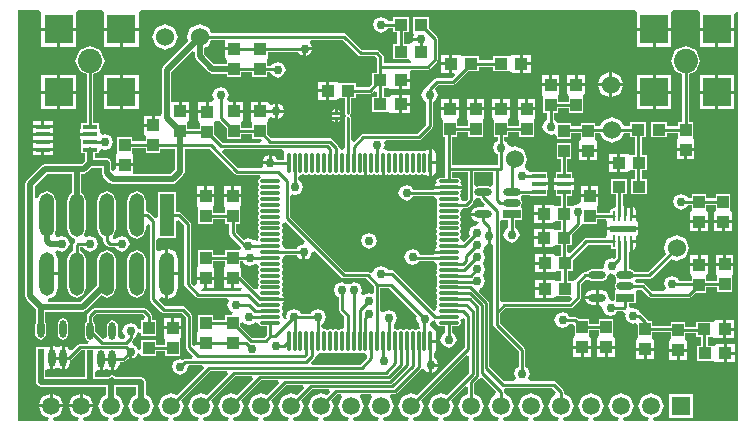
<source format=gtl>
G04 Layer_Physical_Order=1*
G04 Layer_Color=255*
%FSLAX43Y43*%
%MOMM*%
G71*
G01*
G75*
%ADD10R,1.000X1.100*%
%ADD11R,1.100X1.000*%
%ADD12R,1.270X3.680*%
%ADD13O,1.270X3.680*%
%ADD14O,1.500X0.700*%
%ADD15R,1.500X0.700*%
%ADD16O,0.300X1.800*%
%ADD17O,1.800X0.300*%
%ADD18R,1.200X0.350*%
%ADD19C,2.050*%
%ADD20R,2.440X2.440*%
%ADD21R,0.600X1.500*%
%ADD22O,0.600X1.500*%
%ADD23R,1.150X0.450*%
%ADD24C,0.250*%
%ADD25R,2.200X0.610*%
%ADD26R,0.250X1.000*%
%ADD27O,0.250X1.000*%
%ADD28C,0.254*%
%ADD29C,0.508*%
%ADD30C,0.762*%
%ADD31C,1.524*%
%ADD32R,1.500X1.500*%
%ADD33C,1.500*%
%ADD34C,0.508*%
G36*
X83347Y61552D02*
X83260Y61341D01*
X83461Y60855D01*
X83486Y60845D01*
X83528Y60552D01*
X83446Y60486D01*
X83404Y60468D01*
X83196Y60409D01*
X82988Y60468D01*
X82946Y60486D01*
X82904Y60468D01*
X82696Y60409D01*
X82488Y60468D01*
X82446Y60486D01*
X82404Y60468D01*
X82196Y60409D01*
X81988Y60468D01*
X81946Y60486D01*
X81904Y60468D01*
X81696Y60409D01*
X81488Y60468D01*
X81446Y60486D01*
X81326Y60583D01*
X81359Y60872D01*
X81432Y60902D01*
X81633Y61388D01*
X81432Y61874D01*
X80946Y62075D01*
X80460Y61874D01*
X80221Y61961D01*
Y63924D01*
X80975D01*
X83347Y61552D01*
D02*
G37*
G36*
X87355Y61311D02*
Y58915D01*
X83298Y54857D01*
X82804Y55062D01*
X82036Y54743D01*
X81717Y53975D01*
X82036Y53207D01*
X82633Y52959D01*
X82583Y52705D01*
X80485D01*
X80435Y52959D01*
X81032Y53207D01*
X81351Y53975D01*
X81044Y54716D01*
X81138Y54970D01*
X81407D01*
X81407Y54970D01*
X81601Y55051D01*
X83640Y57090D01*
X83907Y57069D01*
X83969Y56918D01*
X84328Y56769D01*
Y57404D01*
X84455D01*
Y57531D01*
X85090D01*
X84941Y57890D01*
X84721Y57981D01*
Y58363D01*
X84755Y58377D01*
X84883Y58686D01*
Y59309D01*
X84446D01*
Y59563D01*
X84883D01*
Y60186D01*
X84755Y60495D01*
X84492Y60604D01*
X84435Y60846D01*
X84434Y60858D01*
X84520Y61064D01*
X84538Y61105D01*
X84818Y61211D01*
X84818Y61211D01*
X84946Y60986D01*
X85034Y60774D01*
X85246Y60686D01*
X85721D01*
Y60143D01*
X85493Y60049D01*
X85292Y59563D01*
X85493Y59077D01*
X85979Y58876D01*
X86465Y59077D01*
X86666Y59563D01*
X86465Y60049D01*
X86271Y60129D01*
Y60686D01*
X86746D01*
X86958Y60774D01*
X87046Y60986D01*
X87028Y61028D01*
X86969Y61236D01*
X86975Y61257D01*
X87271Y61367D01*
X87355Y61311D01*
D02*
G37*
G36*
X69848Y60981D02*
X69934Y60774D01*
X70146Y60686D01*
X70621D01*
Y59961D01*
X70371Y59711D01*
X69329D01*
X68318Y60722D01*
Y61004D01*
X68572Y61054D01*
X68602Y60982D01*
X69088Y60781D01*
X69574Y60982D01*
X69612Y61073D01*
X69848Y60981D01*
D02*
G37*
G36*
X60275Y61510D02*
X60234Y61256D01*
X59952D01*
Y60483D01*
X59698Y60432D01*
X59541Y60811D01*
X59055Y61012D01*
X58569Y60811D01*
X58368Y60325D01*
X58569Y59839D01*
X58570Y59834D01*
X58378Y59604D01*
X58124Y59612D01*
X57973Y59838D01*
X57988Y59875D01*
Y60775D01*
X57853Y61102D01*
X57526Y61237D01*
X57199Y61102D01*
X57064Y60775D01*
Y59875D01*
X56913Y59672D01*
X56684Y59655D01*
X56088Y60252D01*
Y60775D01*
X55953Y61102D01*
X55901Y61123D01*
Y61481D01*
X56121Y61701D01*
X60084D01*
X60275Y61510D01*
D02*
G37*
G36*
X67301Y56640D02*
X65518Y54857D01*
X65024Y55062D01*
X64256Y54743D01*
X63937Y53975D01*
X64256Y53207D01*
X64853Y52959D01*
X64803Y52705D01*
X62705D01*
X62655Y52959D01*
X63252Y53207D01*
X63571Y53975D01*
X63366Y54468D01*
X65773Y56875D01*
X67203D01*
X67301Y56640D01*
D02*
G37*
G36*
X87736Y58186D02*
Y56756D01*
X85838Y54857D01*
X85344Y55062D01*
X84576Y54743D01*
X84257Y53975D01*
X84576Y53207D01*
X85173Y52959D01*
X85123Y52705D01*
X83025D01*
X82975Y52959D01*
X83572Y53207D01*
X83891Y53975D01*
X83686Y54468D01*
X87501Y58284D01*
X87736Y58186D01*
D02*
G37*
G36*
X78904Y58404D02*
X78946Y58386D01*
X79051Y58301D01*
X79065Y57991D01*
X78499Y57425D01*
X74429D01*
X74324Y57679D01*
X74640Y57996D01*
X74640Y57996D01*
X74721Y58190D01*
X74721Y58190D01*
Y58204D01*
X74946Y58386D01*
X74988Y58404D01*
X75196Y58463D01*
X75404Y58404D01*
X75446Y58386D01*
X75488Y58404D01*
X75696Y58463D01*
X75904Y58404D01*
X75946Y58386D01*
X75988Y58404D01*
X76196Y58463D01*
X76404Y58404D01*
X76446Y58386D01*
X76488Y58404D01*
X76696Y58463D01*
X76904Y58404D01*
X76946Y58386D01*
X76988Y58404D01*
X77196Y58463D01*
X77404Y58404D01*
X77446Y58386D01*
X77488Y58404D01*
X77696Y58463D01*
X77904Y58404D01*
X77946Y58386D01*
X77988Y58404D01*
X78196Y58463D01*
X78404Y58404D01*
X78446Y58386D01*
X78488Y58404D01*
X78696Y58463D01*
X78904Y58404D01*
D02*
G37*
G36*
X89535Y67691D02*
X89557Y67700D01*
X89768Y67559D01*
Y61849D01*
X89768Y61849D01*
X89768Y61849D01*
Y60846D01*
X89768Y60846D01*
X89849Y60652D01*
X91927Y58573D01*
Y57215D01*
X91716Y57128D01*
X91515Y56642D01*
X91664Y56282D01*
X91512Y56028D01*
X90665D01*
X89429Y57264D01*
Y62673D01*
X89348Y62867D01*
X89348Y62867D01*
X88583Y63633D01*
X88642Y63932D01*
X88878Y64030D01*
X89079Y64516D01*
X88960Y64805D01*
X88885Y65024D01*
X88960Y65243D01*
X89079Y65532D01*
X88960Y65821D01*
X88885Y66040D01*
X88960Y66259D01*
X89079Y66548D01*
X88960Y66837D01*
X88885Y67056D01*
X88960Y67275D01*
X89057Y67509D01*
X89281Y67685D01*
Y68326D01*
X89535D01*
Y67691D01*
D02*
G37*
G36*
X63606Y69228D02*
Y64262D01*
X63606Y64262D01*
X63687Y64068D01*
X64576Y63179D01*
X64576Y63179D01*
X64770Y63098D01*
X64770Y63098D01*
X67255D01*
X67407Y62844D01*
X67258Y62484D01*
X67459Y61998D01*
X67717Y61891D01*
X67667Y61637D01*
X67064D01*
Y61235D01*
X66032D01*
Y61637D01*
X64778D01*
Y60283D01*
X64778D01*
X64694Y60064D01*
X64651D01*
Y59387D01*
X65405D01*
Y59133D01*
X64633D01*
X64397Y59018D01*
X64283Y59107D01*
Y61595D01*
X64283Y61595D01*
X64202Y61789D01*
X64202Y61789D01*
X63694Y62297D01*
X63500Y62378D01*
X63500Y62378D01*
X61963D01*
X61416Y62925D01*
X61427Y62989D01*
X61713Y63145D01*
X61976Y63036D01*
Y65151D01*
Y67266D01*
X61489Y67064D01*
X61235Y67181D01*
Y67924D01*
X61341Y68134D01*
X62865D01*
Y69610D01*
X63119Y69715D01*
X63606Y69228D01*
D02*
G37*
G36*
X72063Y75417D02*
X72009Y75286D01*
Y74811D01*
X71452D01*
X71365Y75022D01*
X71006Y75171D01*
Y74536D01*
X70879D01*
Y74409D01*
X70244D01*
X70301Y74273D01*
X70159Y74062D01*
X68186D01*
X66831Y75417D01*
X66936Y75671D01*
X71893D01*
X72063Y75417D01*
D02*
G37*
G36*
X73816Y67908D02*
X73703Y67662D01*
X73244Y67472D01*
X73157Y67261D01*
X72128D01*
X71946Y67486D01*
X71858Y67698D01*
X71858Y67774D01*
X71946Y67986D01*
X71928Y68028D01*
X71869Y68236D01*
X71928Y68444D01*
X71946Y68486D01*
X71858Y68698D01*
X71858Y68774D01*
X71946Y68986D01*
X71928Y69028D01*
X71869Y69236D01*
X71927Y69439D01*
X72180Y69544D01*
X73816Y67908D01*
D02*
G37*
G36*
X89768Y72673D02*
X89514Y72503D01*
X89313Y72586D01*
X88513D01*
X88370Y72527D01*
X88159Y72668D01*
Y73766D01*
X89768D01*
Y72673D01*
D02*
G37*
G36*
X88513Y71554D02*
X88663D01*
X88719Y71421D01*
X89061Y71078D01*
X88956Y70824D01*
X88513D01*
X88051Y70632D01*
X87912Y70297D01*
X88913D01*
Y70043D01*
X87912D01*
X88051Y69708D01*
X88484Y69528D01*
X88521Y69494D01*
X88522Y69488D01*
X88392Y69267D01*
X87906Y69066D01*
X87705Y68580D01*
X87792Y68369D01*
X87258Y67835D01*
X87055Y67971D01*
X87046Y67986D01*
X87028Y68028D01*
X86969Y68236D01*
X87028Y68444D01*
X87046Y68486D01*
X87028Y68528D01*
X86969Y68736D01*
X87028Y68944D01*
X87046Y68986D01*
X87028Y69028D01*
X86969Y69236D01*
X87028Y69444D01*
X87046Y69486D01*
X87028Y69528D01*
X86969Y69736D01*
X87028Y69944D01*
X87046Y69986D01*
X86958Y70198D01*
X86958Y70274D01*
X87046Y70486D01*
X87228Y70711D01*
X87496D01*
X87496Y70711D01*
X87690Y70792D01*
X88078Y71180D01*
X88078Y71180D01*
X88159Y71374D01*
X88297Y71564D01*
X88370Y71613D01*
X88513Y71554D01*
D02*
G37*
G36*
X76895Y64830D02*
X76895Y64830D01*
X77089Y64749D01*
X77089Y64749D01*
X79007D01*
X79671Y64085D01*
Y63606D01*
X79460Y63465D01*
X79248Y63552D01*
X78776Y63357D01*
X78547Y63468D01*
X78665Y63754D01*
X78464Y64240D01*
X77978Y64441D01*
X77689Y64322D01*
X77470Y64247D01*
X77251Y64322D01*
X76962Y64441D01*
X76476Y64240D01*
X76275Y63754D01*
X76476Y63268D01*
X76687Y63181D01*
Y62103D01*
X76687Y62103D01*
X76768Y61909D01*
X77171Y61505D01*
Y60668D01*
X76946Y60486D01*
X76904Y60468D01*
X76696Y60409D01*
X76488Y60468D01*
X76446Y60486D01*
X76404Y60468D01*
X76196Y60409D01*
X75988Y60468D01*
X75946Y60486D01*
X75904Y60468D01*
X75696Y60409D01*
X75488Y60468D01*
X75446Y60486D01*
X75222Y60667D01*
X75236Y60908D01*
X75416Y60982D01*
X75617Y61468D01*
X75416Y61954D01*
X74930Y62155D01*
X74444Y61954D01*
X74357Y61743D01*
X73471D01*
X73384Y61954D01*
X72898Y62155D01*
X72412Y61954D01*
X72211Y61468D01*
X72265Y61338D01*
X72254Y61326D01*
X71951Y61370D01*
X71923Y61430D01*
X71946Y61486D01*
X71928Y61528D01*
X71869Y61736D01*
X71928Y61944D01*
X71946Y61986D01*
X71858Y62198D01*
X71858Y62274D01*
X71946Y62486D01*
X71880Y62646D01*
X71955Y62677D01*
X72031Y62859D01*
X70896D01*
Y63113D01*
X72031D01*
X71955Y63295D01*
X71880Y63326D01*
X71946Y63486D01*
X71858Y63698D01*
X71858Y63774D01*
X71946Y63986D01*
X71928Y64028D01*
X71869Y64236D01*
X71928Y64444D01*
X71946Y64486D01*
X71928Y64528D01*
X71869Y64736D01*
X71928Y64944D01*
X71946Y64986D01*
X71858Y65198D01*
X71858Y65274D01*
X71946Y65486D01*
X71928Y65528D01*
X71869Y65736D01*
X71928Y65944D01*
X71946Y65986D01*
X71858Y66198D01*
X71858Y66274D01*
X71946Y66486D01*
X72128Y66711D01*
X73157D01*
X73244Y66500D01*
X73603Y66351D01*
Y66986D01*
X73857D01*
Y66351D01*
X74216Y66500D01*
X74406Y66959D01*
X74652Y67072D01*
X76895Y64830D01*
D02*
G37*
G36*
X68678Y66011D02*
X69164Y65810D01*
X69612Y65995D01*
X69693Y65992D01*
X69873Y65910D01*
X69923Y65736D01*
X69864Y65528D01*
X69846Y65486D01*
X69934Y65274D01*
X69934Y65198D01*
X69846Y64986D01*
X69864Y64944D01*
X69923Y64736D01*
X69864Y64528D01*
X69846Y64486D01*
X69864Y64444D01*
X69923Y64236D01*
X69864Y64028D01*
X69846Y63986D01*
X69864Y63943D01*
X69834Y63883D01*
X69525Y63833D01*
X68445Y64913D01*
Y65574D01*
X68402D01*
X68318Y65793D01*
X68318D01*
Y66211D01*
X68595D01*
X68678Y66011D01*
D02*
G37*
G36*
X67191Y77454D02*
Y76539D01*
X68445D01*
Y76941D01*
X69350D01*
Y76539D01*
X70108D01*
X70153Y76475D01*
X70020Y76221D01*
X66867D01*
X66159Y76929D01*
Y77809D01*
X66159Y77844D01*
X66243Y78063D01*
X66286Y78063D01*
X66540Y78105D01*
X67191Y77454D01*
D02*
G37*
G36*
X99697Y67259D02*
X100174D01*
Y66577D01*
X99967Y66413D01*
X99822Y66473D01*
X99336Y66272D01*
X99135Y65786D01*
X99171Y65699D01*
X98991Y65519D01*
X98952Y65535D01*
X98152D01*
X97787Y65384D01*
X97783Y65374D01*
X97536Y65299D01*
X97536Y65299D01*
X97342Y65218D01*
X97342Y65218D01*
X96707Y64584D01*
X96484Y64508D01*
X96413Y64508D01*
X96082D01*
Y65413D01*
X96484D01*
Y66328D01*
X97767Y67611D01*
X99697D01*
Y67259D01*
D02*
G37*
G36*
X69460Y56259D02*
X68058Y54857D01*
X67564Y55062D01*
X66796Y54743D01*
X66477Y53975D01*
X66796Y53207D01*
X67393Y52959D01*
X67343Y52705D01*
X65245D01*
X65195Y52959D01*
X65792Y53207D01*
X66111Y53975D01*
X65906Y54468D01*
X67932Y56494D01*
X69362D01*
X69460Y56259D01*
D02*
G37*
G36*
X95074Y55159D02*
X95015Y54859D01*
X94736Y54743D01*
X94417Y53975D01*
X94736Y53207D01*
X95333Y52959D01*
X95283Y52705D01*
X93185D01*
X93135Y52959D01*
X93732Y53207D01*
X94051Y53975D01*
X93732Y54743D01*
X92964Y55062D01*
X92196Y54743D01*
X91877Y53975D01*
X92196Y53207D01*
X92793Y52959D01*
X92743Y52705D01*
X90645D01*
X90595Y52959D01*
X91192Y53207D01*
X91511Y53975D01*
X91192Y54743D01*
X90813Y54900D01*
X90699Y55118D01*
X90655Y55224D01*
X90703Y55351D01*
X90759Y55438D01*
X90804Y55478D01*
X94755D01*
X95074Y55159D01*
D02*
G37*
G36*
X75937Y55116D02*
X75677Y54857D01*
X75184Y55062D01*
X74416Y54743D01*
X74097Y53975D01*
X74416Y53207D01*
X75013Y52959D01*
X74963Y52705D01*
X72865D01*
X72815Y52959D01*
X73412Y53207D01*
X73731Y53975D01*
X73526Y54468D01*
X74409Y55351D01*
X75839D01*
X75937Y55116D01*
D02*
G37*
G36*
X59532Y54891D02*
X59176Y54743D01*
X58857Y53975D01*
X59176Y53207D01*
X59773Y52959D01*
X59723Y52705D01*
X57625D01*
X57575Y52959D01*
X58172Y53207D01*
X58491Y53975D01*
X58172Y54743D01*
X57816Y54891D01*
Y55595D01*
X59532D01*
Y54891D01*
D02*
G37*
G36*
X76944Y54716D02*
X76637Y53975D01*
X76956Y53207D01*
X77553Y52959D01*
X77503Y52705D01*
X75405D01*
X75355Y52959D01*
X75952Y53207D01*
X76271Y53975D01*
X76066Y54468D01*
X76568Y54970D01*
X76850D01*
X76944Y54716D01*
D02*
G37*
G36*
X79484D02*
X79177Y53975D01*
X79496Y53207D01*
X80093Y52959D01*
X80043Y52705D01*
X77945D01*
X77895Y52959D01*
X78492Y53207D01*
X78811Y53975D01*
X78504Y54716D01*
X78598Y54970D01*
X79390D01*
X79484Y54716D01*
D02*
G37*
G36*
X78341Y83626D02*
X78341Y83626D01*
X78535Y83545D01*
X79769D01*
X79931Y83383D01*
Y82161D01*
X79538D01*
Y81246D01*
X79212Y80920D01*
X78147D01*
Y81272D01*
X76828D01*
X76793Y81272D01*
X76574Y81356D01*
Y81399D01*
X75897D01*
Y80645D01*
Y79891D01*
X76574D01*
Y79934D01*
X76793Y80018D01*
X76828Y80018D01*
X77179D01*
Y78740D01*
X77260Y78546D01*
X77260Y78524D01*
X77179Y78330D01*
Y77090D01*
X77179Y77090D01*
X77180Y77088D01*
Y75764D01*
X76946Y75586D01*
X76721Y75768D01*
Y75827D01*
X76721Y75827D01*
X76640Y76021D01*
X76640Y76021D01*
X76140Y76521D01*
X75946Y76602D01*
X75946Y76602D01*
X70980D01*
X70604Y76978D01*
Y77858D01*
X70604Y77893D01*
X70688Y78112D01*
X70731D01*
Y78255D01*
X70985Y78390D01*
X71247Y78281D01*
Y78916D01*
Y79551D01*
X70985Y79442D01*
X70731Y79577D01*
Y79720D01*
X70104D01*
Y78916D01*
X69977D01*
Y78789D01*
X69223D01*
Y78112D01*
X69266D01*
X69350Y77893D01*
X69350Y77858D01*
Y77491D01*
X68445D01*
Y77893D01*
X68445D01*
X68529Y78112D01*
X68572D01*
Y78789D01*
X67818D01*
Y78916D01*
X67691D01*
Y79720D01*
X67412D01*
X67242Y79974D01*
X67362Y80264D01*
X67161Y80750D01*
X66675Y80951D01*
X66189Y80750D01*
X65988Y80264D01*
X66128Y79925D01*
X65964Y79671D01*
X65659D01*
Y78867D01*
X65532D01*
Y78740D01*
X64778D01*
Y78063D01*
X64821D01*
X64905Y77844D01*
X64905Y77809D01*
Y77442D01*
X63873D01*
Y77893D01*
X63873D01*
X63957Y78112D01*
X64000D01*
Y78789D01*
X63246D01*
Y78916D01*
X63119D01*
Y79720D01*
X62515D01*
Y82252D01*
X64250Y83987D01*
X64485Y83890D01*
Y83566D01*
X64605Y83274D01*
X65670Y82209D01*
X65962Y82089D01*
X67191D01*
Y81824D01*
X68445D01*
Y82226D01*
X69350D01*
Y81824D01*
X70604D01*
Y82226D01*
X70895D01*
X71015Y81937D01*
X71501Y81736D01*
X71987Y81937D01*
X72188Y82423D01*
X71987Y82909D01*
X71501Y83110D01*
X71015Y82909D01*
X70960Y82776D01*
X70604D01*
Y83178D01*
X70604D01*
X70688Y83397D01*
X70731D01*
Y83926D01*
X73214D01*
X73301Y83715D01*
X73660Y83566D01*
Y84201D01*
X73787D01*
Y84328D01*
X74422D01*
X74273Y84687D01*
X74270Y84688D01*
X74321Y84942D01*
X77024D01*
X78341Y83626D01*
D02*
G37*
G36*
X88862Y56291D02*
X89994Y55159D01*
X89935Y54859D01*
X89656Y54743D01*
X89337Y53975D01*
X89656Y53207D01*
X90253Y52959D01*
X90203Y52705D01*
X88105D01*
X88055Y52959D01*
X88652Y53207D01*
X88971Y53975D01*
X88652Y54743D01*
X88159Y54948D01*
Y55862D01*
X88545Y56249D01*
X88722Y56300D01*
X88799Y56305D01*
X88862Y56291D01*
D02*
G37*
G36*
X87609Y55519D02*
Y54948D01*
X87116Y54743D01*
X86797Y53975D01*
X87116Y53207D01*
X87713Y52959D01*
X87663Y52705D01*
X85565D01*
X85515Y52959D01*
X86112Y53207D01*
X86431Y53975D01*
X86226Y54468D01*
X87374Y55617D01*
X87609Y55519D01*
D02*
G37*
G36*
X67064Y84328D02*
X67818D01*
Y84074D01*
X67064D01*
Y83397D01*
X67107D01*
X67191Y83178D01*
X67191D01*
Y82913D01*
X66133D01*
X65309Y83737D01*
Y84288D01*
X65675Y84439D01*
X65883Y84942D01*
X67064D01*
Y84328D01*
D02*
G37*
G36*
X107231Y87326D02*
X107231Y87249D01*
Y85979D01*
X110179D01*
Y87130D01*
X110381Y87289D01*
X110433Y87299D01*
X110490Y87275D01*
Y52705D01*
X103345D01*
X103295Y52959D01*
X103892Y53207D01*
X104211Y53975D01*
X103892Y54743D01*
X103124Y55062D01*
X102356Y54743D01*
X102037Y53975D01*
X102356Y53207D01*
X102953Y52959D01*
X102903Y52705D01*
X100805D01*
X100755Y52959D01*
X101352Y53207D01*
X101671Y53975D01*
X101352Y54743D01*
X100584Y55062D01*
X99816Y54743D01*
X99497Y53975D01*
X99816Y53207D01*
X100413Y52959D01*
X100363Y52705D01*
X98265D01*
X98215Y52959D01*
X98812Y53207D01*
X99131Y53975D01*
X98812Y54743D01*
X98044Y55062D01*
X97276Y54743D01*
X96957Y53975D01*
X97276Y53207D01*
X97873Y52959D01*
X97823Y52705D01*
X95725D01*
X95675Y52959D01*
X96272Y53207D01*
X96591Y53975D01*
X96272Y54743D01*
X95779Y54948D01*
Y55118D01*
X95698Y55312D01*
X95698Y55312D01*
X95063Y55947D01*
X94869Y56028D01*
X94869Y56028D01*
X92892D01*
X92740Y56282D01*
X92889Y56642D01*
X92688Y57128D01*
X92477Y57215D01*
Y58687D01*
X92477Y58687D01*
X92396Y58881D01*
X92396Y58881D01*
X90318Y60960D01*
Y61735D01*
X90792Y62209D01*
X96266D01*
X96266Y62209D01*
X96460Y62290D01*
X97095Y62925D01*
X97095Y62925D01*
X97176Y63119D01*
Y64275D01*
X97525Y64624D01*
X97787Y64654D01*
X98152Y64503D01*
X98952D01*
X99317Y64654D01*
X99468Y65019D01*
X99628Y65179D01*
X99822Y65099D01*
X99822Y65099D01*
X99825Y65098D01*
X100036Y65019D01*
X100167Y64701D01*
X100179Y64544D01*
X100167Y64387D01*
X100036Y64069D01*
X100126Y63850D01*
X100075Y63596D01*
X100075D01*
Y62989D01*
X99864Y62847D01*
X99782Y62881D01*
X99606Y63119D01*
X99414Y63581D01*
X98952Y63773D01*
X98679D01*
Y63119D01*
Y62465D01*
X98830D01*
X99010Y62235D01*
X99008Y62230D01*
X99209Y61744D01*
X99695Y61543D01*
X100181Y61744D01*
X100268Y61955D01*
X100787D01*
X100916Y61826D01*
X100971Y61735D01*
X100913Y61595D01*
X101114Y61109D01*
X101600Y60908D01*
X101778Y60981D01*
X101989Y60840D01*
Y59810D01*
X101989Y59775D01*
X101905Y59556D01*
X101862D01*
Y58879D01*
X102616D01*
X103370D01*
Y59556D01*
X103327D01*
X103243Y59775D01*
X103243Y59810D01*
Y60177D01*
X104783D01*
Y59732D01*
X104783Y59697D01*
X104699Y59478D01*
X104656D01*
Y58801D01*
X105410D01*
X106164D01*
Y59478D01*
X106121D01*
X106037Y59697D01*
X106037Y59732D01*
Y60099D01*
X106970D01*
Y59825D01*
X107372D01*
Y59047D01*
X107019D01*
Y57793D01*
X108338D01*
X108373Y57793D01*
X108592Y57709D01*
Y57666D01*
X109269D01*
Y58420D01*
Y59174D01*
X108592D01*
Y59131D01*
X108373Y59047D01*
X108338Y59047D01*
X107922D01*
Y59825D01*
X108289D01*
X108324Y59825D01*
X108543Y59741D01*
Y59698D01*
X109220D01*
Y60452D01*
Y61206D01*
X108543D01*
Y61163D01*
X108324Y61079D01*
X108289Y61079D01*
X106970D01*
Y60649D01*
X106037D01*
Y61051D01*
X104783D01*
Y60727D01*
X103243D01*
Y61129D01*
X102874D01*
X102810Y61281D01*
X102810Y61281D01*
X102302Y61789D01*
X102187Y61837D01*
X102086Y62081D01*
X101600Y62282D01*
X101451Y62220D01*
X101367Y62267D01*
X101242Y62388D01*
X101260Y62642D01*
X101829D01*
Y63596D01*
X101964Y63794D01*
X102314D01*
X102930Y63179D01*
X102930Y63179D01*
X103124Y63098D01*
X103124Y63098D01*
X106348D01*
X106348Y63098D01*
X106542Y63179D01*
X106900Y63536D01*
X107815D01*
Y63987D01*
X108720D01*
Y63585D01*
X109974D01*
Y64904D01*
X109974Y64939D01*
X110058Y65158D01*
X110101D01*
Y65835D01*
X109347D01*
X108593D01*
Y65158D01*
X108636D01*
X108720Y64939D01*
X108720Y64904D01*
Y64537D01*
X107815D01*
Y64855D01*
X107815Y64890D01*
X107899Y65109D01*
X107942D01*
Y65786D01*
X107188D01*
X106434D01*
Y65109D01*
X106477D01*
X106561Y64890D01*
X106561Y64855D01*
Y64537D01*
X105475D01*
X105388Y64748D01*
X104902Y64949D01*
X104416Y64748D01*
X104215Y64262D01*
X104364Y63902D01*
X104212Y63648D01*
X103238D01*
X102622Y64263D01*
X102428Y64344D01*
X102428Y64344D01*
X101878D01*
X101763Y64544D01*
X101878Y64744D01*
X102992D01*
X102992Y64744D01*
X103186Y64825D01*
X104780Y66419D01*
X105283Y66210D01*
X106061Y66532D01*
X106383Y67310D01*
X106061Y68088D01*
X105283Y68410D01*
X104505Y68088D01*
X104183Y67310D01*
X104392Y66807D01*
X102878Y65294D01*
X101754D01*
X101717Y65384D01*
X101352Y65535D01*
X101224D01*
Y66965D01*
X101322Y67031D01*
Y67886D01*
X101449D01*
Y68013D01*
X101859D01*
Y68261D01*
X101953Y68402D01*
X102065D01*
Y68834D01*
X100711D01*
X99357D01*
Y68402D01*
X99357D01*
X99326Y68161D01*
X97653D01*
X97653Y68161D01*
X97459Y68080D01*
X97459Y68080D01*
X96287Y66909D01*
X96033Y67014D01*
Y67572D01*
X96435D01*
Y68487D01*
X97095Y69148D01*
X97095D01*
X97116Y69196D01*
X97269Y69356D01*
X97411Y69378D01*
X98544D01*
Y69761D01*
X99326D01*
X99357Y69520D01*
X99357D01*
Y69088D01*
X100711D01*
X102065D01*
Y69520D01*
X101953D01*
X101859Y69661D01*
Y69909D01*
X101449D01*
Y70036D01*
X101322D01*
Y70769D01*
X101199Y70718D01*
X101076Y70769D01*
Y70036D01*
X100822D01*
Y70891D01*
X100724Y70957D01*
Y71890D01*
X101085D01*
Y73144D01*
X99731D01*
Y71890D01*
X100174D01*
Y70865D01*
X99949Y70684D01*
X99756Y70604D01*
X99676Y70411D01*
Y70311D01*
X98544D01*
Y70697D01*
X98544Y70732D01*
X98628Y70951D01*
X98671D01*
Y71628D01*
X97917D01*
X97163D01*
Y71212D01*
X96909Y71042D01*
X96901Y71045D01*
X96440Y70854D01*
X96435Y70858D01*
Y70858D01*
X96033D01*
Y71754D01*
X96460D01*
Y72277D01*
X96587D01*
Y72629D01*
X95758D01*
X94929D01*
Y72277D01*
X95056D01*
Y71754D01*
X95483D01*
Y70858D01*
X95116D01*
X95081Y70858D01*
X94862Y70942D01*
Y70985D01*
X94185D01*
Y70231D01*
Y69477D01*
X94862D01*
Y69520D01*
X95081Y69604D01*
X95116Y69604D01*
X95483D01*
Y68826D01*
X95116D01*
X95081Y68826D01*
X94862Y68910D01*
Y68953D01*
X94185D01*
Y68199D01*
Y67445D01*
X94862D01*
Y67488D01*
X95081Y67572D01*
X95116Y67572D01*
X95483D01*
Y66667D01*
X95165D01*
X95130Y66667D01*
X94911Y66751D01*
Y66794D01*
X94234D01*
Y66040D01*
Y65286D01*
X94911D01*
Y65329D01*
X95130Y65413D01*
X95165Y65413D01*
X95532D01*
Y64508D01*
X95165D01*
X95130Y64508D01*
X94911Y64592D01*
Y64635D01*
X94234D01*
Y63881D01*
Y63127D01*
X94911D01*
Y63170D01*
X95130Y63254D01*
X95165Y63254D01*
X96288D01*
X96393Y63000D01*
X96152Y62759D01*
X90678D01*
X90572Y62715D01*
X90318Y62845D01*
Y69488D01*
X90436Y69693D01*
X91038D01*
Y69026D01*
X90827Y68939D01*
X90626Y68453D01*
X90827Y67967D01*
X91313Y67766D01*
X91799Y67967D01*
X92000Y68453D01*
X91799Y68939D01*
X91588Y69026D01*
Y69693D01*
X92190D01*
Y70647D01*
X92190D01*
X92139Y70901D01*
X92229Y71120D01*
X92098Y71438D01*
X92089Y71552D01*
X92228Y71795D01*
X92906D01*
Y71754D01*
X94310D01*
Y72277D01*
X94437D01*
Y72629D01*
X93608D01*
Y72883D01*
X94437D01*
Y73235D01*
X94310D01*
Y73758D01*
X92906D01*
X92698Y73868D01*
X92688Y73892D01*
X92530Y73957D01*
X92417Y74279D01*
X92667Y74881D01*
X92345Y75659D01*
X91567Y75981D01*
X91346Y75889D01*
X91024Y76031D01*
X90910Y76305D01*
X90699Y76392D01*
Y76744D01*
X91051D01*
Y77146D01*
X91956D01*
Y76744D01*
X93210D01*
Y78063D01*
X93210Y78098D01*
X93294Y78317D01*
X93337D01*
Y78994D01*
X92583D01*
X91829D01*
Y78317D01*
X91872D01*
X91956Y78098D01*
X91956Y78063D01*
Y77696D01*
X91051D01*
Y78063D01*
X91051Y78098D01*
X91135Y78317D01*
X91178D01*
Y78994D01*
X90424D01*
X89670D01*
Y78317D01*
X89713D01*
X89797Y78098D01*
X89797Y78063D01*
Y76744D01*
X90149D01*
Y76392D01*
X89938Y76305D01*
X89737Y75819D01*
X89938Y75333D01*
X90149Y75246D01*
Y74316D01*
X86271D01*
Y76744D01*
X86733D01*
Y77146D01*
X87638D01*
Y76744D01*
X88892D01*
Y78063D01*
X88892Y78098D01*
X88976Y78317D01*
X89019D01*
Y78994D01*
X88265D01*
X87511D01*
Y78317D01*
X87554D01*
X87638Y78098D01*
X87638Y78063D01*
Y77696D01*
X86733D01*
Y78063D01*
X86733Y78098D01*
X86817Y78317D01*
X86860D01*
Y78994D01*
X86106D01*
X85352D01*
Y78317D01*
X85395D01*
X85479Y78098D01*
X85479Y78063D01*
Y76744D01*
X85721D01*
Y74041D01*
Y73286D01*
X85246D01*
X85034Y73198D01*
X84946Y72986D01*
X85012Y72826D01*
X84937Y72795D01*
X84861Y72613D01*
X85996D01*
X87131D01*
X87055Y72795D01*
X86980Y72826D01*
X87046Y72986D01*
X86958Y73198D01*
X86746Y73286D01*
X86271D01*
Y73766D01*
X87609D01*
Y71516D01*
X87420Y71332D01*
X87162Y71342D01*
X87046Y71486D01*
X87028Y71528D01*
X86969Y71736D01*
X87028Y71944D01*
X87046Y71986D01*
X86980Y72146D01*
X87055Y72177D01*
X87131Y72359D01*
X85996D01*
X84739D01*
X84673Y72261D01*
X83006D01*
X82909Y72495D01*
X82423Y72696D01*
X81937Y72495D01*
X81736Y72009D01*
X81937Y71523D01*
X82423Y71322D01*
X82909Y71523D01*
X82987Y71711D01*
X84764D01*
X84946Y71486D01*
X84964Y71444D01*
X85023Y71236D01*
X84964Y71028D01*
X84946Y70986D01*
X84964Y70944D01*
X85023Y70736D01*
X84964Y70528D01*
X84946Y70486D01*
X84964Y70444D01*
X85023Y70236D01*
X84964Y70028D01*
X84946Y69986D01*
X84964Y69944D01*
X85023Y69736D01*
X84964Y69528D01*
X84946Y69486D01*
X84964Y69444D01*
X85023Y69236D01*
X84964Y69028D01*
X84946Y68986D01*
X85034Y68774D01*
X85034Y68698D01*
X84946Y68486D01*
X84964Y68444D01*
X85023Y68236D01*
X84964Y68028D01*
X84946Y67986D01*
X85034Y67774D01*
X85034Y67698D01*
X84946Y67486D01*
X85012Y67326D01*
X84937Y67295D01*
X84861Y67113D01*
X85996D01*
Y66859D01*
X84739D01*
X84673Y66761D01*
X83530D01*
X83417Y67034D01*
X82931Y67235D01*
X82445Y67034D01*
X82244Y66548D01*
X82445Y66062D01*
X82931Y65861D01*
X83417Y66062D01*
X83479Y66211D01*
X84764D01*
X84946Y65986D01*
X84964Y65944D01*
X85023Y65736D01*
X84964Y65528D01*
X84946Y65486D01*
X85034Y65274D01*
X85034Y65198D01*
X84946Y64986D01*
X84964Y64944D01*
X85023Y64736D01*
X84964Y64528D01*
X84946Y64486D01*
X84964Y64444D01*
X85023Y64236D01*
X84964Y64028D01*
X84946Y63986D01*
X85034Y63774D01*
X85034Y63698D01*
X84946Y63486D01*
X84964Y63444D01*
X85023Y63236D01*
X84964Y63028D01*
X84946Y62986D01*
X84964Y62944D01*
X85023Y62736D01*
X84964Y62528D01*
X84946Y62486D01*
X85022Y62303D01*
X84930Y62067D01*
X84691Y62002D01*
X81347Y65345D01*
X81153Y65426D01*
X81153Y65426D01*
X80837D01*
X80750Y65637D01*
X80264Y65838D01*
X79778Y65637D01*
X79625Y65268D01*
X79342Y65192D01*
X79315Y65218D01*
X79121Y65299D01*
X79121Y65299D01*
X77203D01*
X72538Y69964D01*
Y71731D01*
X72749Y71872D01*
X72974Y71779D01*
X73460Y71980D01*
X73662Y72466D01*
X73460Y72952D01*
X73221Y73051D01*
Y73304D01*
X73446Y73486D01*
X73488Y73504D01*
X73696Y73563D01*
X73904Y73504D01*
X73946Y73486D01*
X73988Y73504D01*
X74196Y73563D01*
X74404Y73504D01*
X74446Y73486D01*
X74488Y73504D01*
X74696Y73563D01*
X74904Y73504D01*
X74946Y73486D01*
X74988Y73504D01*
X75196Y73563D01*
X75404Y73504D01*
X75446Y73486D01*
X75488Y73504D01*
X75696Y73563D01*
X75904Y73504D01*
X75946Y73486D01*
X75988Y73504D01*
X76196Y73563D01*
X76404Y73504D01*
X76446Y73486D01*
X76488Y73504D01*
X76696Y73563D01*
X76904Y73504D01*
X76946Y73486D01*
X76988Y73504D01*
X77196Y73563D01*
X77404Y73504D01*
X77446Y73486D01*
X77488Y73504D01*
X77696Y73563D01*
X77904Y73504D01*
X77946Y73486D01*
X77988Y73504D01*
X78196Y73563D01*
X78404Y73504D01*
X78446Y73486D01*
X78606Y73552D01*
X78637Y73477D01*
X78819Y73401D01*
Y74536D01*
X79073D01*
Y73401D01*
X79255Y73477D01*
X79286Y73552D01*
X79446Y73486D01*
X79488Y73504D01*
X79696Y73563D01*
X79904Y73504D01*
X79946Y73486D01*
X80106Y73552D01*
X80137Y73477D01*
X80319Y73401D01*
Y74536D01*
X80573D01*
Y73401D01*
X80755Y73477D01*
X80786Y73552D01*
X80946Y73486D01*
X80988Y73504D01*
X81196Y73563D01*
X81404Y73504D01*
X81446Y73486D01*
X81488Y73504D01*
X81696Y73563D01*
X81904Y73504D01*
X81946Y73486D01*
X81988Y73504D01*
X82196Y73563D01*
X82404Y73504D01*
X82446Y73486D01*
X82488Y73504D01*
X82696Y73563D01*
X82904Y73504D01*
X82946Y73486D01*
X82988Y73504D01*
X83196Y73563D01*
X83404Y73504D01*
X83446Y73486D01*
X83488Y73504D01*
X83696Y73563D01*
X83904Y73504D01*
X83946Y73486D01*
X84030Y73521D01*
X84319Y73401D01*
Y74536D01*
Y75671D01*
X84030Y75551D01*
X83946Y75586D01*
X83904Y75568D01*
X83696Y75509D01*
X83488Y75568D01*
X83446Y75586D01*
X83404Y75568D01*
X83196Y75509D01*
X82988Y75568D01*
X82946Y75586D01*
X82904Y75568D01*
X82696Y75509D01*
X82488Y75568D01*
X82446Y75586D01*
X82404Y75568D01*
X82196Y75509D01*
X81988Y75568D01*
X81946Y75586D01*
X81904Y75568D01*
X81696Y75509D01*
X81488Y75568D01*
X81446Y75586D01*
X81404Y75568D01*
X81196Y75509D01*
X80988Y75568D01*
X80946Y75586D01*
X80786Y75520D01*
X80755Y75595D01*
X80472Y75713D01*
X80621Y76073D01*
X80559Y76222D01*
X80701Y76433D01*
X83439D01*
X83439Y76433D01*
X83633Y76514D01*
X84573Y77453D01*
X84654Y77648D01*
X84654Y77648D01*
Y79691D01*
X84865Y79778D01*
X85066Y80264D01*
X84865Y80750D01*
X84837Y80892D01*
X85077Y81132D01*
X86360D01*
X86360Y81132D01*
X86554Y81213D01*
X87646Y82304D01*
X88561D01*
Y82656D01*
X89747D01*
Y82304D01*
X91066D01*
X91101Y82304D01*
X91320Y82220D01*
Y82177D01*
X91997D01*
Y82931D01*
Y83685D01*
X91320D01*
Y83642D01*
X91101Y83558D01*
X91066Y83558D01*
X89747D01*
Y83206D01*
X88561D01*
Y83558D01*
X87207D01*
Y83558D01*
X86988Y83642D01*
Y83685D01*
X86311D01*
Y82931D01*
Y82177D01*
X86409D01*
X86507Y81942D01*
X86246Y81682D01*
X84963D01*
X84963Y81682D01*
X84769Y81601D01*
X84769Y81601D01*
X84184Y81017D01*
X84111Y80840D01*
X83893Y80750D01*
X83691Y80264D01*
X83893Y79778D01*
X84104Y79691D01*
Y77762D01*
X83325Y76983D01*
X78740D01*
X78546Y76902D01*
X78546Y76902D01*
X77984Y76341D01*
X77730Y76446D01*
Y77089D01*
X77730Y77089D01*
X77729Y77091D01*
Y78330D01*
X77648Y78524D01*
X77648Y78546D01*
X77729Y78740D01*
Y80018D01*
X78147D01*
Y80370D01*
X79326D01*
X79326Y80370D01*
X79520Y80451D01*
X79696Y80627D01*
X79931Y80529D01*
Y80129D01*
X79538D01*
Y78875D01*
X80857D01*
X80892Y78875D01*
X81111Y78791D01*
Y78748D01*
X81788D01*
Y79502D01*
Y80256D01*
X81111D01*
Y80213D01*
X80892Y80129D01*
X80857Y80129D01*
X80481D01*
Y80907D01*
X80857D01*
X80892Y80907D01*
X81111Y80823D01*
Y80780D01*
X81788D01*
Y81534D01*
X81915D01*
Y81661D01*
X82719D01*
Y82148D01*
X82719Y82288D01*
X82926Y82402D01*
X84201D01*
X84201Y82402D01*
X84395Y82483D01*
X85030Y83118D01*
X85030Y83118D01*
X85111Y83312D01*
Y85012D01*
X85111Y85012D01*
X85030Y85206D01*
X85030Y85206D01*
X84292Y85945D01*
Y86860D01*
X82938D01*
Y85606D01*
X82938D01*
X83069Y85352D01*
X82980Y85139D01*
X83615D01*
Y84885D01*
X82951D01*
X82828Y84701D01*
X82811D01*
Y84658D01*
X82592Y84574D01*
X82557Y84574D01*
X82190D01*
Y85606D01*
X82592D01*
Y86860D01*
X81238D01*
Y86508D01*
X80837D01*
X80750Y86719D01*
X80264Y86920D01*
X79778Y86719D01*
X79577Y86233D01*
X79778Y85747D01*
X80264Y85546D01*
X80750Y85747D01*
X80837Y85958D01*
X81238D01*
Y85606D01*
X81640D01*
Y84574D01*
X81238D01*
Y83320D01*
X82557D01*
X82592Y83320D01*
X82607Y83314D01*
X82811Y83193D01*
X82780Y82952D01*
X80481D01*
Y83497D01*
X80481Y83497D01*
X80400Y83691D01*
X80400Y83691D01*
X80077Y84014D01*
X79883Y84095D01*
X79883Y84095D01*
X78649D01*
X77332Y85411D01*
X77138Y85492D01*
X77138Y85492D01*
X65883D01*
X65675Y85995D01*
X64897Y86317D01*
X64119Y85995D01*
X63797Y85217D01*
X63949Y84852D01*
X61811Y82715D01*
X61691Y82423D01*
Y78759D01*
X61608Y78528D01*
Y78528D01*
X61087D01*
Y77724D01*
X60960D01*
Y77597D01*
X60206D01*
Y76920D01*
X60249D01*
X60333Y76701D01*
X60333D01*
Y76348D01*
X59174D01*
Y76750D01*
X57920D01*
Y75431D01*
X57920Y75396D01*
X57836Y75177D01*
X57793D01*
Y74500D01*
X58547D01*
X59301D01*
Y75177D01*
X59258D01*
X59174Y75396D01*
X59174Y75431D01*
Y75798D01*
X60333D01*
Y75347D01*
X61587D01*
Y75749D01*
X62834D01*
Y73958D01*
X62440Y73564D01*
X59553D01*
X59301Y73569D01*
X59301Y73818D01*
Y74246D01*
X58547D01*
X57793D01*
Y74005D01*
X57539Y73878D01*
X57435Y73955D01*
Y74549D01*
X57315Y74841D01*
X57023Y74961D01*
X56038D01*
Y75360D01*
X56353D01*
Y75581D01*
X56607Y75751D01*
X56911Y75625D01*
X57397Y75826D01*
X57598Y76312D01*
X57397Y76798D01*
X56911Y76999D01*
X56691Y76908D01*
X56480Y77049D01*
Y77391D01*
X56353D01*
Y77914D01*
X55901D01*
Y82059D01*
X56508Y82310D01*
X56873Y83192D01*
X56508Y84074D01*
X55626Y84439D01*
X54744Y84074D01*
X54379Y83192D01*
X54744Y82310D01*
X55351Y82059D01*
Y77914D01*
X54899D01*
Y77391D01*
X54772D01*
Y77089D01*
X55626D01*
Y76835D01*
X54772D01*
Y76533D01*
X54899D01*
Y76010D01*
X54899Y76010D01*
Y75964D01*
X54899D01*
X54899Y75756D01*
Y75360D01*
X55214D01*
Y74720D01*
X54947Y74453D01*
X51816D01*
X51524Y74333D01*
X50254Y73063D01*
X50134Y72771D01*
Y63246D01*
X50254Y62954D01*
X51023Y62186D01*
Y61010D01*
X50978Y60902D01*
Y60002D01*
X51113Y59675D01*
X51440Y59540D01*
X51767Y59675D01*
X51902Y60002D01*
Y60902D01*
X51847Y61034D01*
Y61945D01*
X54991D01*
X55283Y62065D01*
X56539Y63322D01*
X57023Y63121D01*
X57606Y63363D01*
X57848Y63946D01*
Y66356D01*
X57606Y66939D01*
X57023Y67181D01*
X56440Y66939D01*
X56198Y66356D01*
Y64147D01*
X54820Y62769D01*
X52089D01*
X52039Y63023D01*
X52623Y63266D01*
X52905Y63946D01*
Y65024D01*
X51943D01*
Y65278D01*
X52905D01*
Y66356D01*
X52655Y66960D01*
X52829Y67163D01*
X53213Y67004D01*
X53699Y67205D01*
X53900Y67691D01*
X53699Y68177D01*
X53213Y68378D01*
X52869Y68236D01*
X52781Y68264D01*
X52635Y68576D01*
X52768Y68896D01*
Y71306D01*
X52526Y71889D01*
X51943Y72131D01*
X51360Y71889D01*
X51212Y71533D01*
X50958Y71584D01*
Y72600D01*
X51987Y73629D01*
X54071D01*
Y71960D01*
X53900Y71889D01*
X53658Y71306D01*
Y68896D01*
X53900Y68313D01*
X54342Y68130D01*
X54368Y68041D01*
X54372Y67842D01*
X54289Y67758D01*
X54208Y67564D01*
X54208Y67564D01*
Y67067D01*
X53900Y66939D01*
X53658Y66356D01*
Y63946D01*
X53900Y63363D01*
X54483Y63121D01*
X55066Y63363D01*
X55308Y63946D01*
Y66356D01*
X55066Y66939D01*
X54758Y67067D01*
Y67416D01*
X55053D01*
X55140Y67205D01*
X55626Y67004D01*
X56112Y67205D01*
X56313Y67691D01*
X56112Y68177D01*
X55626Y68378D01*
X55315Y68249D01*
X55120Y68444D01*
X55308Y68896D01*
Y71306D01*
X55066Y71889D01*
X54895Y71960D01*
Y73629D01*
X55118D01*
X55410Y73749D01*
X55797Y74137D01*
X56611D01*
Y73660D01*
X56731Y73368D01*
X57239Y72860D01*
X57531Y72740D01*
X62611D01*
X62903Y72860D01*
X63538Y73495D01*
X63658Y73787D01*
Y75749D01*
X65721D01*
X67878Y73593D01*
X67878Y73593D01*
X68072Y73512D01*
X68072Y73512D01*
X70028D01*
X70079Y73258D01*
X69934Y73198D01*
X69846Y72986D01*
X69934Y72774D01*
X69934Y72698D01*
X69846Y72486D01*
X69864Y72444D01*
X69923Y72236D01*
X69864Y72028D01*
X69846Y71986D01*
X69864Y71944D01*
X69923Y71736D01*
X69864Y71528D01*
X69846Y71486D01*
X69934Y71274D01*
X69934Y71198D01*
X69846Y70986D01*
X69864Y70944D01*
X69923Y70736D01*
X69864Y70528D01*
X69846Y70486D01*
X69934Y70274D01*
X69934Y70198D01*
X69846Y69986D01*
X69864Y69944D01*
X69923Y69736D01*
X69864Y69528D01*
X69846Y69486D01*
X69864Y69444D01*
X69923Y69236D01*
X69864Y69028D01*
X69846Y68986D01*
X69934Y68774D01*
X69934Y68698D01*
X69846Y68486D01*
X69864Y68444D01*
X69923Y68236D01*
X69864Y68028D01*
X69846Y67986D01*
X69818Y67951D01*
X69526Y67993D01*
X69523Y67999D01*
X69037Y68201D01*
X68629Y68031D01*
X67966Y68694D01*
Y69378D01*
X68318D01*
Y70697D01*
X68318Y70732D01*
X68402Y70951D01*
X68445D01*
Y71628D01*
X67691D01*
X66937D01*
Y70951D01*
X66980D01*
X67064Y70732D01*
X67064Y70697D01*
Y70330D01*
X66032D01*
Y70697D01*
X66032Y70732D01*
X66116Y70951D01*
X66159D01*
Y71628D01*
X65405D01*
X64651D01*
Y70951D01*
X64694D01*
X64778Y70732D01*
X64778Y70697D01*
Y69378D01*
X66032D01*
Y69780D01*
X67064D01*
Y69378D01*
X67416D01*
Y68580D01*
X67416Y68580D01*
X67497Y68386D01*
X68355Y67527D01*
X68350Y67513D01*
X68413Y67362D01*
X68227Y67147D01*
X67064D01*
Y66761D01*
X66032D01*
Y67147D01*
X64778D01*
Y65828D01*
X64778Y65793D01*
X64694Y65574D01*
X64651D01*
Y64897D01*
X65405D01*
X66159D01*
Y65574D01*
X66116D01*
X66032Y65793D01*
X66032Y65828D01*
Y66211D01*
X67064D01*
Y65793D01*
X67064D01*
X66980Y65574D01*
X66937D01*
Y64897D01*
X67691D01*
Y64770D01*
X67818D01*
Y63966D01*
X68445D01*
Y63966D01*
X68460Y63972D01*
X68530Y63902D01*
X68425Y63648D01*
X65068D01*
X65025Y63712D01*
X65161Y63966D01*
X65278D01*
Y64643D01*
X64651D01*
Y64240D01*
X64397Y64135D01*
X64156Y64376D01*
Y69342D01*
X64156Y69342D01*
X64075Y69536D01*
X64075Y69536D01*
X63316Y70295D01*
X63122Y70376D01*
X63122Y70376D01*
X62865D01*
Y72068D01*
X61341D01*
Y69953D01*
X61087Y69858D01*
X60649Y70295D01*
X60455Y70376D01*
X60388Y70611D01*
Y71306D01*
X60146Y71889D01*
X59563Y72131D01*
X58980Y71889D01*
X58738Y71306D01*
Y68896D01*
X58980Y68313D01*
X59563Y68071D01*
X60146Y68313D01*
X60388Y68896D01*
Y69189D01*
X60642Y69325D01*
X60685Y69296D01*
Y62992D01*
X60685Y62992D01*
X60766Y62798D01*
X61655Y61909D01*
X61655Y61909D01*
X61849Y61828D01*
X61849Y61828D01*
X63386D01*
X63733Y61481D01*
Y58928D01*
X63733Y58928D01*
X63814Y58734D01*
X64360Y58187D01*
X64255Y57933D01*
X63627D01*
X63627Y57933D01*
X63474Y57870D01*
X63246Y57964D01*
X62760Y57763D01*
X62559Y57277D01*
X62760Y56791D01*
X63246Y56590D01*
X63732Y56791D01*
X63933Y57277D01*
X64004Y57383D01*
X65144D01*
X65249Y57129D01*
X62978Y54857D01*
X62484Y55062D01*
X61716Y54743D01*
X61397Y53975D01*
X61716Y53207D01*
X62313Y52959D01*
X62263Y52705D01*
X60165D01*
X60115Y52959D01*
X60712Y53207D01*
X61031Y53975D01*
X60712Y54743D01*
X60356Y54891D01*
Y56007D01*
X60236Y56299D01*
X59944Y56419D01*
X57818D01*
X57818Y56421D01*
X57526Y56541D01*
X57234Y56421D01*
X57233Y56419D01*
X56038D01*
Y56833D01*
X56292Y56993D01*
X56449Y56928D01*
Y57925D01*
X56703D01*
Y56928D01*
X57000Y57051D01*
X57102Y57051D01*
X57399Y56928D01*
Y57925D01*
X57653D01*
Y56928D01*
X57950Y57051D01*
X58126Y57475D01*
Y57650D01*
X58433D01*
X58433Y57650D01*
X58627Y57731D01*
X58844Y57947D01*
X58928Y57912D01*
Y58547D01*
X59182D01*
Y57912D01*
X59541Y58061D01*
X59688Y58417D01*
X59698Y58440D01*
X59811Y58418D01*
X59952Y58222D01*
Y58202D01*
X61206D01*
Y58604D01*
X61984D01*
Y58202D01*
X63238D01*
Y59521D01*
X63238Y59556D01*
X63322Y59775D01*
X63365D01*
Y60452D01*
X62611D01*
X61857D01*
Y59775D01*
X61900D01*
X61984Y59556D01*
X61984Y59521D01*
Y59154D01*
X61206D01*
Y59556D01*
X59952D01*
Y58872D01*
X59811Y58676D01*
X59698Y58654D01*
X59688Y58677D01*
X59541Y59033D01*
X59262Y59149D01*
X59202Y59448D01*
X59249Y59496D01*
X59330Y59690D01*
X59521Y59831D01*
X59541Y59839D01*
X59698Y60218D01*
X59952Y60167D01*
Y59902D01*
X61206D01*
Y61256D01*
X60854D01*
Y61595D01*
X60854Y61595D01*
X60773Y61789D01*
X60392Y62170D01*
X60198Y62251D01*
X60198Y62251D01*
X56007D01*
X56007Y62251D01*
X55813Y62170D01*
X55432Y61789D01*
X55351Y61595D01*
X55351Y61595D01*
Y61123D01*
X55299Y61102D01*
X55164Y60775D01*
Y59875D01*
X55299Y59548D01*
X55517Y59458D01*
X55467Y59204D01*
X54738D01*
X54738Y59204D01*
X54544Y59123D01*
X54096Y58676D01*
X53847Y58726D01*
X53764Y58926D01*
X53467Y59049D01*
Y58052D01*
Y57055D01*
X53764Y57178D01*
X53940Y57602D01*
Y57810D01*
X54055Y57858D01*
X54852Y58654D01*
X55199D01*
Y57048D01*
X55214D01*
Y56419D01*
X53347D01*
X53335Y56424D01*
X53323Y56419D01*
X51847D01*
Y56965D01*
X52101Y57122D01*
X52263Y57055D01*
Y58052D01*
Y59049D01*
X52114Y58987D01*
X51867Y58929D01*
Y58929D01*
X51867Y58929D01*
X51013D01*
Y57175D01*
X51023D01*
Y56007D01*
X51143Y55715D01*
X51435Y55595D01*
X56992D01*
Y54891D01*
X56636Y54743D01*
X56317Y53975D01*
X56636Y53207D01*
X57233Y52959D01*
X57183Y52705D01*
X55085D01*
X55035Y52959D01*
X55632Y53207D01*
X55898Y53848D01*
X54864D01*
X53830D01*
X54096Y53207D01*
X54693Y52959D01*
X54643Y52705D01*
X52545D01*
X52495Y52959D01*
X53092Y53207D01*
X53358Y53848D01*
X52324D01*
X51290D01*
X51556Y53207D01*
X52153Y52959D01*
X52103Y52705D01*
X49530D01*
Y87503D01*
X51311D01*
X51492Y87326D01*
X51492Y87249D01*
Y85979D01*
X54440D01*
Y87249D01*
X54440Y87326D01*
X54621Y87503D01*
X56631D01*
X56812Y87326D01*
X56812Y87249D01*
Y85979D01*
X59760D01*
Y87249D01*
X59760Y87326D01*
X59941Y87503D01*
X101730D01*
X101911Y87326D01*
X101911Y87249D01*
Y85979D01*
X104859D01*
Y87249D01*
X104859Y87326D01*
X105040Y87503D01*
X107050D01*
X107231Y87326D01*
D02*
G37*
G36*
X71619Y55878D02*
X70598Y54857D01*
X70104Y55062D01*
X69336Y54743D01*
X69017Y53975D01*
X69336Y53207D01*
X69933Y52959D01*
X69883Y52705D01*
X67785D01*
X67735Y52959D01*
X68332Y53207D01*
X68651Y53975D01*
X68446Y54468D01*
X70091Y56113D01*
X71521D01*
X71619Y55878D01*
D02*
G37*
G36*
X73778Y55497D02*
X73137Y54857D01*
X72644Y55062D01*
X71876Y54743D01*
X71557Y53975D01*
X71876Y53207D01*
X72473Y52959D01*
X72423Y52705D01*
X70325D01*
X70275Y52959D01*
X70872Y53207D01*
X71191Y53975D01*
X70986Y54468D01*
X72250Y55732D01*
X73680D01*
X73778Y55497D01*
D02*
G37*
%LPC*%
G36*
X85090Y57277D02*
X84582D01*
Y56769D01*
X84941Y56918D01*
X85090Y57277D01*
D02*
G37*
G36*
X62230Y67266D02*
Y65278D01*
X63065D01*
Y66356D01*
X62783Y67036D01*
X62230Y67266D01*
D02*
G37*
G36*
X63065Y65024D02*
X62230D01*
Y63036D01*
X62783Y63266D01*
X63065Y63946D01*
Y65024D01*
D02*
G37*
G36*
X70752Y75171D02*
X70393Y75022D01*
X70244Y74663D01*
X70752D01*
Y75171D01*
D02*
G37*
G36*
X75643Y81399D02*
X74966D01*
Y80772D01*
X75643D01*
Y81399D01*
D02*
G37*
G36*
Y80518D02*
X74966D01*
Y79891D01*
X75643D01*
Y80518D01*
D02*
G37*
G36*
X74422Y84074D02*
X73914D01*
Y83566D01*
X74273Y83715D01*
X74422Y84074D01*
D02*
G37*
G36*
X76327Y78203D02*
X76096D01*
X76164Y78040D01*
X76327Y77972D01*
Y78203D01*
D02*
G37*
G36*
X76812D02*
X76581D01*
Y77972D01*
X76744Y78040D01*
X76812Y78203D01*
D02*
G37*
G36*
X76327Y79098D02*
X76164Y79030D01*
X76096Y78867D01*
X76327D01*
Y79098D01*
D02*
G37*
G36*
X76581D02*
Y78867D01*
X76812D01*
X76744Y79030D01*
X76581Y79098D01*
D02*
G37*
G36*
X72009Y78789D02*
X71501D01*
Y78281D01*
X71860Y78430D01*
X72009Y78789D01*
D02*
G37*
G36*
X76812Y78613D02*
X76454D01*
X76096D01*
X76129Y78535D01*
X76096Y78457D01*
X76454D01*
X76812D01*
X76779Y78535D01*
X76812Y78613D01*
D02*
G37*
G36*
X64000Y79720D02*
X63373D01*
Y79043D01*
X64000D01*
Y79720D01*
D02*
G37*
G36*
X68572D02*
X67945D01*
Y79043D01*
X68572D01*
Y79720D01*
D02*
G37*
G36*
X69850D02*
X69223D01*
Y79043D01*
X69850D01*
Y79720D01*
D02*
G37*
G36*
X65405Y79671D02*
X64778D01*
Y78994D01*
X65405D01*
Y79671D01*
D02*
G37*
G36*
X71501Y79551D02*
Y79043D01*
X72009D01*
X71860Y79402D01*
X71501Y79551D01*
D02*
G37*
G36*
X79248Y68632D02*
X78762Y68431D01*
X78561Y67945D01*
X78762Y67459D01*
X79248Y67258D01*
X79734Y67459D01*
X79935Y67945D01*
X79734Y68431D01*
X79248Y68632D01*
D02*
G37*
G36*
X101859Y67759D02*
X101576D01*
Y67153D01*
X101739Y67221D01*
X101859Y67511D01*
Y67759D01*
D02*
G37*
G36*
X93980Y66794D02*
X93303D01*
Y66167D01*
X93980D01*
Y66794D01*
D02*
G37*
G36*
X93931Y68072D02*
X93254D01*
Y67445D01*
X93931D01*
Y68072D01*
D02*
G37*
G36*
X110101Y66766D02*
X109474D01*
Y66089D01*
X110101D01*
Y66766D01*
D02*
G37*
G36*
X93980Y65913D02*
X93303D01*
Y65286D01*
X93980D01*
Y65913D01*
D02*
G37*
G36*
X107061Y66717D02*
X106434D01*
Y66040D01*
X107061D01*
Y66717D01*
D02*
G37*
G36*
X107942D02*
X107315D01*
Y66040D01*
X107942D01*
Y66717D01*
D02*
G37*
G36*
X109220Y66766D02*
X108593D01*
Y66089D01*
X109220D01*
Y66766D01*
D02*
G37*
G36*
X57023Y72131D02*
X56440Y71889D01*
X56198Y71306D01*
Y68896D01*
X56440Y68313D01*
X56748Y68185D01*
Y67945D01*
X56748Y67945D01*
X56829Y67751D01*
X57083Y67497D01*
X57083Y67497D01*
X57277Y67416D01*
X57720D01*
X57807Y67205D01*
X58293Y67004D01*
X58779Y67205D01*
X58980Y67691D01*
X58779Y68177D01*
X58293Y68378D01*
X57807Y68177D01*
X57787Y68130D01*
X57568Y68098D01*
X57606Y68313D01*
X57848Y68896D01*
Y71306D01*
X57606Y71889D01*
X57023Y72131D01*
D02*
G37*
G36*
X93931Y68953D02*
X93254D01*
Y68326D01*
X93931D01*
Y68953D01*
D02*
G37*
G36*
X67564Y72559D02*
X66937D01*
Y71882D01*
X67564D01*
Y72559D01*
D02*
G37*
G36*
X65278D02*
X64651D01*
Y71882D01*
X65278D01*
Y72559D01*
D02*
G37*
G36*
X93931Y70985D02*
X93254D01*
Y70358D01*
X93931D01*
Y70985D01*
D02*
G37*
G36*
X97790Y72559D02*
X97163D01*
Y71882D01*
X97790D01*
Y72559D01*
D02*
G37*
G36*
X98671D02*
X98044D01*
Y71882D01*
X98671D01*
Y72559D01*
D02*
G37*
G36*
X68445D02*
X67818D01*
Y71882D01*
X68445D01*
Y72559D01*
D02*
G37*
G36*
X66159D02*
X65532D01*
Y71882D01*
X66159D01*
Y72559D01*
D02*
G37*
G36*
X109093Y69420D02*
X108466D01*
Y68743D01*
X109093D01*
Y69420D01*
D02*
G37*
G36*
X107942D02*
X107315D01*
Y68743D01*
X107942D01*
Y69420D01*
D02*
G37*
G36*
X107061D02*
X106434D01*
Y68743D01*
X107061D01*
Y69420D01*
D02*
G37*
G36*
X109974D02*
X109347D01*
Y68743D01*
X109974D01*
Y69420D01*
D02*
G37*
G36*
X101576Y70769D02*
Y70163D01*
X101859D01*
Y70411D01*
X101739Y70701D01*
X101576Y70769D01*
D02*
G37*
G36*
X105664Y71934D02*
X105178Y71733D01*
X104977Y71247D01*
X105178Y70761D01*
X105664Y70560D01*
X106150Y70761D01*
X106237Y70972D01*
X106561D01*
Y70605D01*
X106561Y70570D01*
X106477Y70351D01*
X106434D01*
Y69674D01*
X107188D01*
X107942D01*
Y70351D01*
X107899D01*
X107815Y70570D01*
X107815Y70605D01*
Y70972D01*
X108593D01*
Y70605D01*
X108593Y70570D01*
X108509Y70351D01*
X108466D01*
Y69674D01*
X109220D01*
X109974D01*
Y70351D01*
X109931D01*
X109847Y70570D01*
X109847Y70605D01*
Y71924D01*
X108593D01*
Y71522D01*
X107815D01*
Y71924D01*
X106561D01*
Y71522D01*
X106237D01*
X106150Y71733D01*
X105664Y71934D01*
D02*
G37*
G36*
X93931Y70104D02*
X93254D01*
Y69477D01*
X93931D01*
Y70104D01*
D02*
G37*
G36*
X110200Y59174D02*
X109523D01*
Y58547D01*
X110200D01*
Y59174D01*
D02*
G37*
G36*
X54991Y55009D02*
Y54102D01*
X55898D01*
X55632Y54743D01*
X54991Y55009D01*
D02*
G37*
G36*
X99187Y58801D02*
X98560D01*
Y58124D01*
X99187D01*
Y58801D01*
D02*
G37*
G36*
X100068D02*
X99441D01*
Y58124D01*
X100068D01*
Y58801D01*
D02*
G37*
G36*
X53340Y61364D02*
X53013Y61229D01*
X52878Y60902D01*
Y60002D01*
X53013Y59675D01*
X53340Y59540D01*
X53667Y59675D01*
X53802Y60002D01*
Y60902D01*
X53667Y61229D01*
X53340Y61364D01*
D02*
G37*
G36*
X110151Y60325D02*
X109474D01*
Y59698D01*
X110151D01*
Y60325D01*
D02*
G37*
G36*
X53213Y59049D02*
X52916Y58926D01*
X52814Y58926D01*
X52517Y59049D01*
Y58052D01*
Y57055D01*
X52814Y57178D01*
X52916Y57178D01*
X53213Y57055D01*
Y58052D01*
Y59049D01*
D02*
G37*
G36*
X95631Y61901D02*
X95145Y61700D01*
X94944Y61214D01*
X95145Y60728D01*
X95631Y60527D01*
X96117Y60728D01*
X96191Y60906D01*
X96439Y60931D01*
X96655Y60715D01*
Y59986D01*
X96655Y59951D01*
X96571Y59732D01*
X96528D01*
Y59055D01*
X97282D01*
X98036D01*
Y59732D01*
X97993D01*
X97909Y59951D01*
X97909Y59986D01*
Y60353D01*
X98687D01*
Y59986D01*
X98687Y59951D01*
X98603Y59732D01*
X98560D01*
Y59055D01*
X99314D01*
X100068D01*
Y59732D01*
X100025D01*
X99941Y59951D01*
X99941Y59986D01*
Y61305D01*
X98687D01*
Y60903D01*
X97909D01*
Y61305D01*
X96994D01*
X96890Y61408D01*
X96696Y61489D01*
X96696Y61489D01*
X96204D01*
X96117Y61700D01*
X95631Y61901D01*
D02*
G37*
G36*
X105283Y58547D02*
X104656D01*
Y57870D01*
X105283D01*
Y58547D01*
D02*
G37*
G36*
X106164D02*
X105537D01*
Y57870D01*
X106164D01*
Y58547D01*
D02*
G37*
G36*
X110200Y58293D02*
X109523D01*
Y57666D01*
X110200D01*
Y58293D01*
D02*
G37*
G36*
X97155Y58801D02*
X96528D01*
Y58124D01*
X97155D01*
Y58801D01*
D02*
G37*
G36*
X98036D02*
X97409D01*
Y58124D01*
X98036D01*
Y58801D01*
D02*
G37*
G36*
X102489Y58625D02*
X101862D01*
Y57948D01*
X102489D01*
Y58625D01*
D02*
G37*
G36*
X103370D02*
X102743D01*
Y57948D01*
X103370D01*
Y58625D01*
D02*
G37*
G36*
X98425Y63773D02*
X98152D01*
X97690Y63581D01*
X97551Y63246D01*
X98425D01*
Y63773D01*
D02*
G37*
G36*
X106668Y54979D02*
X104660D01*
Y52971D01*
X106668D01*
Y54979D01*
D02*
G37*
G36*
X59563Y67181D02*
X58980Y66939D01*
X58738Y66356D01*
Y63946D01*
X58980Y63363D01*
X59563Y63121D01*
X60146Y63363D01*
X60388Y63946D01*
Y66356D01*
X60146Y66939D01*
X59563Y67181D01*
D02*
G37*
G36*
X93980Y63754D02*
X93303D01*
Y63127D01*
X93980D01*
Y63754D01*
D02*
G37*
G36*
Y64635D02*
X93303D01*
Y64008D01*
X93980D01*
Y64635D01*
D02*
G37*
G36*
X66159Y64643D02*
X65532D01*
Y63966D01*
X66159D01*
Y64643D01*
D02*
G37*
G36*
X67564D02*
X66937D01*
Y63966D01*
X67564D01*
Y64643D01*
D02*
G37*
G36*
X62484Y61383D02*
X61857D01*
Y60706D01*
X62484D01*
Y61383D01*
D02*
G37*
G36*
X63365D02*
X62738D01*
Y60706D01*
X63365D01*
Y61383D01*
D02*
G37*
G36*
X52451Y55009D02*
Y54102D01*
X53358D01*
X53092Y54743D01*
X52451Y55009D01*
D02*
G37*
G36*
X110151Y61206D02*
X109474D01*
Y60579D01*
X110151D01*
Y61206D01*
D02*
G37*
G36*
X52197Y55009D02*
X51556Y54743D01*
X51290Y54102D01*
X52197D01*
Y55009D01*
D02*
G37*
G36*
X54737D02*
X54096Y54743D01*
X53830Y54102D01*
X54737D01*
Y55009D01*
D02*
G37*
G36*
X98425Y62992D02*
X97551D01*
X97690Y62657D01*
X98152Y62465D01*
X98425D01*
Y62992D01*
D02*
G37*
G36*
X58159Y82006D02*
X56812D01*
Y80659D01*
X58159D01*
Y82006D01*
D02*
G37*
G36*
X59760D02*
X58413D01*
Y80659D01*
X59760D01*
Y82006D01*
D02*
G37*
G36*
X54440D02*
X53093D01*
Y80659D01*
X54440D01*
Y82006D01*
D02*
G37*
G36*
X100742Y81026D02*
X99822D01*
Y80106D01*
X100473Y80375D01*
X100742Y81026D01*
D02*
G37*
G36*
X52839Y82006D02*
X51492D01*
Y80659D01*
X52839D01*
Y82006D01*
D02*
G37*
G36*
X110179D02*
X108832D01*
Y80659D01*
X110179D01*
Y82006D01*
D02*
G37*
G36*
X108578D02*
X107231D01*
Y80659D01*
X108578D01*
Y82006D01*
D02*
G37*
G36*
X103258D02*
X101911D01*
Y80659D01*
X103258D01*
Y82006D01*
D02*
G37*
G36*
X104859D02*
X103512D01*
Y80659D01*
X104859D01*
Y82006D01*
D02*
G37*
G36*
X89019Y79925D02*
X88392D01*
Y79248D01*
X89019D01*
Y79925D01*
D02*
G37*
G36*
X91178D02*
X90551D01*
Y79248D01*
X91178D01*
Y79925D01*
D02*
G37*
G36*
X86860D02*
X86233D01*
Y79248D01*
X86860D01*
Y79925D01*
D02*
G37*
G36*
X90297D02*
X89670D01*
Y79248D01*
X90297D01*
Y79925D01*
D02*
G37*
G36*
X92456D02*
X91829D01*
Y79248D01*
X92456D01*
Y79925D01*
D02*
G37*
G36*
X99568Y81026D02*
X98648D01*
X98917Y80375D01*
X99568Y80106D01*
Y81026D01*
D02*
G37*
G36*
X97528D02*
X96774D01*
X96020D01*
Y80349D01*
X96063D01*
X96147Y80130D01*
X96147Y80095D01*
Y79728D01*
X95242D01*
Y80095D01*
X95242Y80130D01*
X95326Y80349D01*
X95369D01*
Y81026D01*
X94615D01*
X93861D01*
Y80349D01*
X93904D01*
X93988Y80130D01*
X93988Y80095D01*
Y78776D01*
X94340D01*
Y78170D01*
X94129Y78083D01*
X93928Y77597D01*
X94129Y77111D01*
X94615Y76910D01*
X94877Y77018D01*
X95131Y76848D01*
Y76588D01*
X96385D01*
Y77068D01*
X97163D01*
Y76623D01*
X97163Y76588D01*
X97079Y76369D01*
X97036D01*
Y75692D01*
X97790D01*
X98544D01*
Y76369D01*
X98501D01*
X98417Y76588D01*
X98417Y76623D01*
Y77068D01*
X98836D01*
X99044Y76565D01*
X99822Y76243D01*
X100600Y76565D01*
X100808Y77068D01*
X101382D01*
Y76716D01*
X101784D01*
Y75176D01*
X101466D01*
X101431Y75176D01*
X101212Y75260D01*
Y75303D01*
X100535D01*
Y74549D01*
Y73795D01*
X101212D01*
Y73838D01*
X101431Y73922D01*
X101466Y73922D01*
X101784D01*
Y73144D01*
X101431D01*
Y71890D01*
X102785D01*
Y73144D01*
X102334D01*
Y73922D01*
X102785D01*
Y75176D01*
X102334D01*
Y76716D01*
X102736D01*
Y77970D01*
X101382D01*
Y77618D01*
X100808D01*
X100600Y78121D01*
X99822Y78443D01*
X99044Y78121D01*
X98836Y77618D01*
X98417D01*
Y77942D01*
X97163D01*
Y77618D01*
X96385D01*
Y77942D01*
X95159D01*
X95101Y78083D01*
X94890Y78170D01*
Y78776D01*
X95242D01*
Y79178D01*
X96147D01*
Y78776D01*
X97401D01*
Y80095D01*
X97401Y80130D01*
X97485Y80349D01*
X97528D01*
Y81026D01*
D02*
G37*
G36*
X93337Y79925D02*
X92710D01*
Y79248D01*
X93337D01*
Y79925D01*
D02*
G37*
G36*
X82719Y80256D02*
X82042D01*
Y79629D01*
X82719D01*
Y80256D01*
D02*
G37*
G36*
Y81407D02*
X82042D01*
Y80780D01*
X82719D01*
Y81407D01*
D02*
G37*
G36*
X54440Y85725D02*
X53093D01*
Y84378D01*
X54440D01*
Y85725D01*
D02*
G37*
G36*
X58159D02*
X56812D01*
Y84378D01*
X58159D01*
Y85725D01*
D02*
G37*
G36*
X52839D02*
X51492D01*
Y84378D01*
X52839D01*
Y85725D01*
D02*
G37*
G36*
X61976Y86317D02*
X61198Y85995D01*
X60876Y85217D01*
X61198Y84439D01*
X61976Y84117D01*
X62754Y84439D01*
X63076Y85217D01*
X62754Y85995D01*
X61976Y86317D01*
D02*
G37*
G36*
X108578Y85725D02*
X107231D01*
Y84378D01*
X108578D01*
Y85725D01*
D02*
G37*
G36*
X110179D02*
X108832D01*
Y84378D01*
X110179D01*
Y85725D01*
D02*
G37*
G36*
X104859D02*
X103512D01*
Y84378D01*
X104859D01*
Y85725D01*
D02*
G37*
G36*
X59760D02*
X58413D01*
Y84378D01*
X59760D01*
Y85725D01*
D02*
G37*
G36*
X103258D02*
X101911D01*
Y84378D01*
X103258D01*
Y85725D01*
D02*
G37*
G36*
X99822Y82200D02*
Y81280D01*
X100742D01*
X100473Y81931D01*
X99822Y82200D01*
D02*
G37*
G36*
X95369Y81957D02*
X94742D01*
Y81280D01*
X95369D01*
Y81957D01*
D02*
G37*
G36*
X99568Y82200D02*
X98917Y81931D01*
X98648Y81280D01*
X99568D01*
Y82200D01*
D02*
G37*
G36*
X94488Y81957D02*
X93861D01*
Y81280D01*
X94488D01*
Y81957D01*
D02*
G37*
G36*
X96647D02*
X96020D01*
Y81280D01*
X96647D01*
Y81957D01*
D02*
G37*
G36*
X86057Y83685D02*
X85380D01*
Y83058D01*
X86057D01*
Y83685D01*
D02*
G37*
G36*
X92928D02*
X92251D01*
Y83058D01*
X92928D01*
Y83685D01*
D02*
G37*
G36*
Y82804D02*
X92251D01*
Y82177D01*
X92928D01*
Y82804D01*
D02*
G37*
G36*
X97528Y81957D02*
X96901D01*
Y81280D01*
X97528D01*
Y81957D01*
D02*
G37*
G36*
X86057Y82804D02*
X85380D01*
Y82177D01*
X86057D01*
Y82804D01*
D02*
G37*
G36*
X52480Y76835D02*
X51626D01*
X50772D01*
Y76533D01*
Y76439D01*
X51626D01*
X52480D01*
Y76533D01*
Y76835D01*
D02*
G37*
G36*
Y77485D02*
X51626D01*
X50772D01*
Y77183D01*
Y77089D01*
X51626D01*
X52480D01*
Y77183D01*
Y77485D01*
D02*
G37*
G36*
Y76185D02*
X51626D01*
X50772D01*
Y75883D01*
Y75789D01*
X51626D01*
Y75662D01*
D01*
Y75789D01*
X52480D01*
Y75883D01*
Y76185D01*
D02*
G37*
G36*
X51499Y75535D02*
X50772D01*
Y75233D01*
X51499D01*
Y75535D01*
D02*
G37*
G36*
X52480D02*
X51753D01*
Y75233D01*
X52480D01*
Y75535D01*
D02*
G37*
G36*
X60833Y78528D02*
X60206D01*
Y77851D01*
X60833D01*
Y78528D01*
D02*
G37*
G36*
X52480Y78041D02*
X51753D01*
Y77739D01*
X52480D01*
Y78041D01*
D02*
G37*
G36*
X106045Y84439D02*
X105163Y84074D01*
X104798Y83192D01*
X105163Y82310D01*
X105770Y82059D01*
Y78020D01*
X105418D01*
Y77618D01*
X104436D01*
Y77970D01*
X103082D01*
Y76716D01*
X104436D01*
Y77068D01*
X105418D01*
Y76701D01*
X105418Y76666D01*
X105334Y76447D01*
X105291D01*
Y75770D01*
X106045D01*
X106799D01*
Y76447D01*
X106756D01*
X106672Y76666D01*
X106672Y76701D01*
Y78020D01*
X106320D01*
Y82059D01*
X106927Y82310D01*
X107292Y83192D01*
X106927Y84074D01*
X106045Y84439D01*
D02*
G37*
G36*
X51499Y78041D02*
X50772D01*
Y77739D01*
X51499D01*
Y78041D01*
D02*
G37*
G36*
X84573Y75671D02*
Y74663D01*
X84883D01*
Y75286D01*
X84755Y75595D01*
X84573Y75671D01*
D02*
G37*
G36*
X100281Y74422D02*
X99604D01*
Y73795D01*
X100281D01*
Y74422D01*
D02*
G37*
G36*
X96385Y76242D02*
X95131D01*
Y74888D01*
X95483D01*
Y73758D01*
X95056D01*
Y73235D01*
X94929D01*
Y72883D01*
X95758D01*
X96587D01*
Y73235D01*
X96460D01*
Y73758D01*
X96033D01*
Y74888D01*
X96385D01*
Y76242D01*
D02*
G37*
G36*
X84883Y74409D02*
X84573D01*
Y73401D01*
X84755Y73477D01*
X84883Y73786D01*
Y74409D01*
D02*
G37*
G36*
X105918Y75516D02*
X105291D01*
Y74839D01*
X105918D01*
Y75516D01*
D02*
G37*
G36*
X106799D02*
X106172D01*
Y74839D01*
X106799D01*
Y75516D01*
D02*
G37*
G36*
X98544Y75438D02*
X97917D01*
Y74761D01*
X98544D01*
Y75438D01*
D02*
G37*
G36*
X100281Y75303D02*
X99604D01*
Y74676D01*
X100281D01*
Y75303D01*
D02*
G37*
G36*
X97663Y75438D02*
X97036D01*
Y74761D01*
X97663D01*
Y75438D01*
D02*
G37*
G36*
X59760Y80405D02*
X58413D01*
Y79058D01*
X59760D01*
Y80405D01*
D02*
G37*
G36*
X103258D02*
X101911D01*
Y79058D01*
X103258D01*
Y80405D01*
D02*
G37*
G36*
X58159D02*
X56812D01*
Y79058D01*
X58159D01*
Y80405D01*
D02*
G37*
G36*
X52839D02*
X51492D01*
Y79058D01*
X52839D01*
Y80405D01*
D02*
G37*
G36*
X54440D02*
X53093D01*
Y79058D01*
X54440D01*
Y80405D01*
D02*
G37*
G36*
X85979Y79925D02*
X85352D01*
Y79248D01*
X85979D01*
Y79925D01*
D02*
G37*
G36*
X88138D02*
X87511D01*
Y79248D01*
X88138D01*
Y79925D01*
D02*
G37*
G36*
X110179Y80405D02*
X108832D01*
Y79058D01*
X110179D01*
Y80405D01*
D02*
G37*
G36*
X104859D02*
X103512D01*
Y79058D01*
X104859D01*
Y80405D01*
D02*
G37*
G36*
X108578D02*
X107231D01*
Y79058D01*
X108578D01*
Y80405D01*
D02*
G37*
G36*
X82719Y79375D02*
X82042D01*
Y78748D01*
X82719D01*
Y79375D01*
D02*
G37*
%LPD*%
D10*
X96774Y81153D02*
D03*
Y79453D02*
D03*
X67691Y71755D02*
D03*
Y70055D02*
D03*
X65405Y64770D02*
D03*
Y66470D02*
D03*
X69977Y78916D02*
D03*
Y77216D02*
D03*
X107188Y65913D02*
D03*
Y64213D02*
D03*
X109347Y65962D02*
D03*
Y64262D02*
D03*
X67818Y78916D02*
D03*
Y77216D02*
D03*
X86106Y79121D02*
D03*
Y77421D02*
D03*
X58547Y74373D02*
D03*
Y76073D02*
D03*
X90424Y79121D02*
D03*
Y77421D02*
D03*
X65405Y71755D02*
D03*
Y70055D02*
D03*
X109220Y69547D02*
D03*
Y71247D02*
D03*
X92583Y79121D02*
D03*
Y77421D02*
D03*
X65532Y78867D02*
D03*
Y77167D02*
D03*
X67691Y64770D02*
D03*
Y66470D02*
D03*
X88265Y79121D02*
D03*
Y77421D02*
D03*
X63246Y78916D02*
D03*
Y77216D02*
D03*
X94615Y81153D02*
D03*
Y79453D02*
D03*
X69977Y84201D02*
D03*
Y82501D02*
D03*
X67818Y84201D02*
D03*
Y82501D02*
D03*
X107188Y69547D02*
D03*
Y71247D02*
D03*
X97282Y58928D02*
D03*
Y60628D02*
D03*
X99314Y58928D02*
D03*
Y60628D02*
D03*
X102616Y58752D02*
D03*
Y60452D02*
D03*
X60960Y77724D02*
D03*
Y76024D02*
D03*
X62611Y58879D02*
D03*
Y60579D02*
D03*
X105410Y58674D02*
D03*
Y60374D02*
D03*
X60579Y58879D02*
D03*
Y60579D02*
D03*
X67691Y59260D02*
D03*
Y60960D02*
D03*
X65405Y59260D02*
D03*
Y60960D02*
D03*
X97917Y71755D02*
D03*
Y70055D02*
D03*
X106045Y75643D02*
D03*
Y77343D02*
D03*
X97790Y75565D02*
D03*
Y77265D02*
D03*
X95758Y75565D02*
D03*
Y77265D02*
D03*
D11*
X109347Y60452D02*
D03*
X107647D02*
D03*
X81915Y79502D02*
D03*
X80215D02*
D03*
X81915Y81534D02*
D03*
X80215D02*
D03*
X92124Y82931D02*
D03*
X90424D02*
D03*
X86184D02*
D03*
X87884D02*
D03*
X109396Y58420D02*
D03*
X107696D02*
D03*
X83615Y83947D02*
D03*
X81915D02*
D03*
Y86233D02*
D03*
X83615D02*
D03*
X75770Y80645D02*
D03*
X77470D02*
D03*
X102059Y77343D02*
D03*
X103759D02*
D03*
X94058Y70231D02*
D03*
X95758D02*
D03*
X94058Y68199D02*
D03*
X95758D02*
D03*
X100408Y74549D02*
D03*
X102108D02*
D03*
X100408Y72517D02*
D03*
X102108D02*
D03*
X94107Y66040D02*
D03*
X95807D02*
D03*
X94107Y63881D02*
D03*
X95807D02*
D03*
D12*
X62103Y70101D02*
D03*
D13*
X59563D02*
D03*
X57023D02*
D03*
X54483D02*
D03*
X51943D02*
D03*
X62103Y65151D02*
D03*
X59563D02*
D03*
X57023D02*
D03*
X54483D02*
D03*
X51943D02*
D03*
D14*
X98552Y65019D02*
D03*
Y63119D02*
D03*
X100952Y65019D02*
D03*
Y64069D02*
D03*
X88913Y72070D02*
D03*
Y70170D02*
D03*
X91313Y72070D02*
D03*
Y71120D02*
D03*
D15*
X100952Y63119D02*
D03*
X91313Y70170D02*
D03*
D16*
X84446Y74536D02*
D03*
X83946D02*
D03*
X83446D02*
D03*
X82946D02*
D03*
X82446D02*
D03*
X81946D02*
D03*
X81446D02*
D03*
X80946D02*
D03*
X80446D02*
D03*
X79946D02*
D03*
X79446D02*
D03*
X78946D02*
D03*
X78446D02*
D03*
X77946D02*
D03*
X77446D02*
D03*
X76946D02*
D03*
X76446D02*
D03*
X75946D02*
D03*
X75446D02*
D03*
X74946D02*
D03*
X74446D02*
D03*
X73946D02*
D03*
X73446D02*
D03*
X72946D02*
D03*
X72446D02*
D03*
Y59436D02*
D03*
X72946D02*
D03*
X73446D02*
D03*
X73946D02*
D03*
X74446D02*
D03*
X74946D02*
D03*
X75446D02*
D03*
X75946D02*
D03*
X76446D02*
D03*
X76946D02*
D03*
X77446D02*
D03*
X77946D02*
D03*
X78446D02*
D03*
X78946D02*
D03*
X79446D02*
D03*
X79946D02*
D03*
X80446D02*
D03*
X80946D02*
D03*
X81446D02*
D03*
X81946D02*
D03*
X82446D02*
D03*
X82946D02*
D03*
X83446D02*
D03*
X83946D02*
D03*
X84446D02*
D03*
D17*
X70896Y72986D02*
D03*
Y72486D02*
D03*
Y71986D02*
D03*
Y71486D02*
D03*
Y70986D02*
D03*
Y70486D02*
D03*
Y69986D02*
D03*
Y69486D02*
D03*
Y68986D02*
D03*
Y68486D02*
D03*
Y67986D02*
D03*
Y67486D02*
D03*
Y66986D02*
D03*
Y66486D02*
D03*
Y65986D02*
D03*
Y65486D02*
D03*
Y64986D02*
D03*
Y64486D02*
D03*
Y63986D02*
D03*
Y63486D02*
D03*
Y62986D02*
D03*
Y62486D02*
D03*
Y61986D02*
D03*
Y61486D02*
D03*
Y60986D02*
D03*
X85996D02*
D03*
Y61486D02*
D03*
Y61986D02*
D03*
Y62486D02*
D03*
Y62986D02*
D03*
Y63486D02*
D03*
Y63986D02*
D03*
Y64486D02*
D03*
Y64986D02*
D03*
Y65486D02*
D03*
Y65986D02*
D03*
Y66486D02*
D03*
Y66986D02*
D03*
Y67486D02*
D03*
Y67986D02*
D03*
Y68486D02*
D03*
Y68986D02*
D03*
Y69486D02*
D03*
Y69986D02*
D03*
Y70486D02*
D03*
Y70986D02*
D03*
Y71486D02*
D03*
Y71986D02*
D03*
Y72486D02*
D03*
Y72986D02*
D03*
D18*
X51626Y77612D02*
D03*
Y76962D02*
D03*
Y76312D02*
D03*
Y75662D02*
D03*
X55626Y77612D02*
D03*
Y76962D02*
D03*
Y76312D02*
D03*
Y75662D02*
D03*
D19*
Y83192D02*
D03*
X106045D02*
D03*
D20*
X58286Y80532D02*
D03*
Y85852D02*
D03*
X52966Y80532D02*
D03*
Y85852D02*
D03*
X108705Y80532D02*
D03*
Y85852D02*
D03*
X103385Y80532D02*
D03*
Y85852D02*
D03*
D21*
X51440Y58052D02*
D03*
X55626Y57925D02*
D03*
D22*
X52390Y58052D02*
D03*
X53340D02*
D03*
X51440Y60452D02*
D03*
X53340D02*
D03*
X56576Y57925D02*
D03*
X57526D02*
D03*
X55626Y60325D02*
D03*
X57526D02*
D03*
D23*
X93608Y73406D02*
D03*
Y72756D02*
D03*
Y72106D02*
D03*
X95758D02*
D03*
Y72756D02*
D03*
Y73406D02*
D03*
D24*
X76454Y78330D02*
D03*
X77454D02*
D03*
X76454Y78740D02*
D03*
X77454D02*
D03*
D25*
X100711Y68961D02*
D03*
D26*
X99949Y67886D02*
D03*
D27*
X100449D02*
D03*
X100949D02*
D03*
X101449D02*
D03*
X99949Y70036D02*
D03*
X100449D02*
D03*
X100949D02*
D03*
X101449D02*
D03*
D28*
X67691Y59260D02*
X68852D01*
X65405D02*
X67691D01*
X69311Y58801D02*
X69342D01*
X68852Y59260D02*
X69311Y58801D01*
X67818Y84201D02*
X69977D01*
X73787D01*
X92202Y56642D02*
Y58687D01*
X90043Y60846D02*
X92202Y58687D01*
X95631Y61214D02*
X96696D01*
X97282Y60628D01*
X77446Y74536D02*
X77455Y74545D01*
X78535Y83820D02*
X79883D01*
X80206Y83497D01*
X85996Y77311D02*
X86106Y77421D01*
X88265D01*
X90424D02*
X92583D01*
X94615Y77597D02*
Y79453D01*
X96774D01*
X87884Y82931D02*
X90424D01*
X77946Y74536D02*
Y75914D01*
X78740Y76708D01*
X83439D01*
X76446Y74536D02*
Y75827D01*
X75946Y76327D02*
X76446Y75827D01*
X70866Y76327D02*
X75946D01*
X69977Y77216D02*
X70866Y76327D01*
X67818Y77216D02*
X69977D01*
X75946Y74536D02*
Y75692D01*
X75692Y75946D02*
X75946Y75692D01*
X66753Y75946D02*
X75692D01*
X65532Y77167D02*
X66753Y75946D01*
X63295Y77167D02*
X65532D01*
X63246Y77216D02*
X63295Y77167D01*
X72946Y72494D02*
Y74536D01*
Y72494D02*
X72974Y72466D01*
X71423Y82501D02*
X71501Y82423D01*
X67818Y82501D02*
X69977D01*
X71423D01*
X65405Y66470D02*
X65421Y66486D01*
X67691Y68580D02*
X68785Y67486D01*
X67691Y68580D02*
Y70055D01*
X65405D02*
X67691D01*
X65405Y60960D02*
X65431Y60986D01*
X72946Y59436D02*
Y61420D01*
X72898Y61468D02*
X72946Y61420D01*
X74946Y59436D02*
Y61452D01*
X74930Y61468D02*
X74946Y61452D01*
X80946Y59436D02*
Y61388D01*
X97282Y60628D02*
X99314D01*
X101600Y61595D02*
X102108D01*
X102616Y61087D01*
Y60452D02*
Y61087D01*
X83946Y59436D02*
Y61340D01*
X62484Y53975D02*
X65659Y57150D01*
X79446Y57983D02*
Y59436D01*
X65024Y53975D02*
X67818Y56769D01*
X81446Y57570D02*
Y59436D01*
X67564Y53975D02*
X69977Y56388D01*
X81946Y57435D02*
Y59436D01*
X70104Y53975D02*
X72136Y56007D01*
X82446Y57396D02*
Y59436D01*
X72644Y53975D02*
X74295Y55626D01*
X81215D02*
X82946Y57357D01*
Y59436D01*
X75184Y53975D02*
X76454Y55245D01*
X65659Y57150D02*
X78613D01*
X79446Y57983D01*
X81407Y55245D02*
X83446Y57284D01*
Y59436D01*
X81057Y56007D02*
X82446Y57396D01*
X80899Y56388D02*
X81946Y57435D01*
X80645Y56769D02*
X81446Y57570D01*
X67818Y56769D02*
X80645D01*
X69977Y56388D02*
X80899D01*
X72136Y56007D02*
X81057D01*
X74295Y55626D02*
X81215D01*
X76454Y55245D02*
X81407D01*
X88011Y56642D02*
Y61976D01*
X85996Y62486D02*
X87501D01*
X87884Y53975D02*
Y55976D01*
X88392Y56484D01*
X87501Y62486D02*
X88011Y61976D01*
X82804Y53975D02*
X87630Y58801D01*
Y61595D01*
X87239Y61986D02*
X87630Y61595D01*
X85996Y61986D02*
X87239D01*
X85344Y53975D02*
X88011Y56642D01*
X88392Y56484D02*
Y62357D01*
X87763Y62986D02*
X88392Y62357D01*
X85996Y62986D02*
X87763D01*
X90424Y53975D02*
Y55118D01*
X88773Y56769D02*
X90424Y55118D01*
X88773Y56769D02*
Y62515D01*
X87802Y63486D02*
X88773Y62515D01*
X85996Y63486D02*
X87802D01*
X85996Y63986D02*
X87841D01*
X89154Y62673D01*
Y57150D02*
Y62673D01*
X85996Y64486D02*
X88362D01*
X88392Y64516D01*
X85996Y64986D02*
X87846D01*
X88392Y65532D01*
X87330Y65486D02*
X88392Y66548D01*
X79946Y74536D02*
Y76061D01*
X79934Y76073D02*
X79946Y76061D01*
X80264Y86233D02*
X81915D01*
Y83947D02*
Y86233D01*
X58547Y76073D02*
X60911D01*
X60960Y76024D01*
X79946Y59436D02*
Y64199D01*
X79121Y65024D02*
X79946Y64199D01*
X55626Y77612D02*
Y83192D01*
X82446Y71986D02*
X85996D01*
X82423Y72009D02*
X82446Y71986D01*
X55626Y76312D02*
X56911D01*
X107188Y71247D02*
X109220D01*
X105664D02*
X107188D01*
X89154Y57150D02*
X90551Y55753D01*
X107647Y58469D02*
Y60452D01*
Y58469D02*
X107696Y58420D01*
X55626Y60325D02*
Y61595D01*
X56007Y61976D01*
X69106Y61486D02*
X70896D01*
X69088Y61468D02*
X69106Y61486D01*
X65405Y60960D02*
X67691D01*
X57277Y67691D02*
X58293D01*
X57023Y67945D02*
X57277Y67691D01*
X57023Y67945D02*
Y70101D01*
X69586Y61986D02*
X70896D01*
X69088Y62484D02*
X69586Y61986D01*
X67945Y62484D02*
X69088D01*
X69848Y62486D02*
X70896D01*
X68961Y63373D02*
X69848Y62486D01*
X64770Y63373D02*
X68961D01*
X63881Y64262D02*
X64770Y63373D01*
X63881Y64262D02*
Y69342D01*
X63122Y70101D02*
X63881Y69342D01*
X62103Y70101D02*
X63122D01*
X73946Y58325D02*
Y59436D01*
X73787Y58166D02*
X73946Y58325D01*
X64770Y58166D02*
X73787D01*
X59563Y70101D02*
X60455D01*
X60960Y69596D01*
Y62992D02*
Y69596D01*
Y62992D02*
X61849Y62103D01*
X63500D01*
X64008Y61595D01*
Y58928D02*
Y61595D01*
Y58928D02*
X64770Y58166D01*
X74446Y58190D02*
Y59436D01*
X73914Y57658D02*
X74446Y58190D01*
X63627Y57658D02*
X73914D01*
X63246Y57277D02*
X63627Y57658D01*
X54610Y67691D02*
X55626D01*
X54483Y67564D02*
X54610Y67691D01*
X54483Y65151D02*
Y67564D01*
X60960Y76024D02*
X63246D01*
X65835D01*
X70896Y59847D02*
Y60986D01*
X70485Y59436D02*
X70896Y59847D01*
X69215Y59436D02*
X70485D01*
X67691Y60960D02*
X69215Y59436D01*
X56007Y61976D02*
X60198D01*
X60579Y61595D01*
Y60579D02*
Y61595D01*
Y58879D02*
X62611D01*
X55626Y60325D02*
X56642Y59309D01*
X59055Y59690D02*
Y60325D01*
X58674Y59309D02*
X59055Y59690D01*
X66675Y78359D02*
X67818Y77216D01*
X66675Y78359D02*
Y80264D01*
X71277Y59847D02*
X72898Y61468D01*
X70896Y59847D02*
X71277D01*
X72898Y61468D02*
X74930D01*
X77138Y85217D02*
X78535Y83820D01*
X64897Y85217D02*
X77138D01*
X83615Y86233D02*
X84836Y85012D01*
X80206Y82677D02*
Y83497D01*
X86360Y81407D02*
X87884Y82931D01*
X84963Y81407D02*
X86360D01*
X84379Y80823D02*
X84963Y81407D01*
X84379Y80264D02*
Y80823D01*
Y77648D02*
Y80264D01*
X83439Y76708D02*
X84379Y77648D01*
X90424Y75819D02*
Y77421D01*
X85996Y72986D02*
Y74041D01*
Y77311D01*
X90424Y74041D02*
Y75819D01*
X81089Y64199D02*
X83947Y61341D01*
X79946Y64199D02*
X81089D01*
X85996Y59580D02*
Y60986D01*
X85979Y59563D02*
X85996Y59580D01*
X84818Y61486D02*
X85996D01*
X80264Y65151D02*
X81153D01*
X84818Y61486D01*
X105410Y60374D02*
X107569D01*
X107647Y60452D01*
X82993Y66486D02*
X85996D01*
X82931Y66548D02*
X82993Y66486D01*
X84836Y83312D02*
Y85012D01*
X70879Y74536D02*
X72446D01*
X65835Y76024D02*
X68072Y73787D01*
X71501D01*
X72263Y73025D01*
X80206Y82677D02*
X84201D01*
X84836Y83312D01*
X83615Y83947D02*
Y85012D01*
X71374Y59055D02*
X72065D01*
X72446Y59436D01*
X69983Y62986D02*
X70896D01*
X68199Y64770D02*
X69983Y62986D01*
X67691Y64770D02*
X68199D01*
X80446Y57857D02*
Y59436D01*
Y57857D02*
X80518Y57785D01*
X57138Y59309D02*
X57139Y59310D01*
X57913D01*
X57914Y59309D01*
X58674D01*
X56642D02*
X57138D01*
X72263Y69850D02*
Y73025D01*
Y69850D02*
X77089Y65024D01*
X79121D01*
X70896Y66986D02*
X73730D01*
X84446Y57413D02*
Y59436D01*
Y57413D02*
X84455Y57404D01*
X56576Y57925D02*
Y58208D01*
X52390Y58052D02*
X53340D01*
X53861D01*
X54738Y58929D01*
X56483D01*
X56484Y58928D01*
X56576Y57925D02*
X57526D01*
X58433D01*
X59055Y58547D01*
X56484Y58928D02*
X58674D01*
X59055Y58547D01*
X106045Y77343D02*
Y83192D01*
X103759Y77343D02*
X106045D01*
X99822D02*
X102059D01*
X95758Y77265D02*
X95836Y77343D01*
X95758Y73406D02*
Y75565D01*
Y68199D02*
Y70231D01*
Y72106D01*
X77454Y77090D02*
Y78330D01*
Y77090D02*
X77455Y77089D01*
Y74545D02*
Y77089D01*
X77454Y78740D02*
Y80629D01*
X77470Y80645D01*
X79326D01*
X80206Y81525D01*
X80215Y81534D01*
X80206Y79511D02*
Y81525D01*
X102059Y72566D02*
X102108Y72517D01*
X95836Y77343D02*
X99822D01*
X102059Y72566D02*
Y77343D01*
X100449Y70036D02*
Y72476D01*
X100408Y72517D02*
X100449Y72476D01*
X97936Y70036D02*
X99949D01*
X97917Y70055D02*
X97936Y70036D01*
X91313Y72070D02*
X93572D01*
X93608Y72106D01*
X85996Y70986D02*
X87496D01*
X87884Y71374D01*
Y74041D01*
X85996D02*
X87884D01*
X90297Y71120D02*
X91313D01*
X90043Y71374D02*
X90297Y71120D01*
X90043Y71374D02*
Y74041D01*
X87884D02*
X90043D01*
X90424D01*
X97653Y67886D02*
X99949D01*
X95807Y66040D02*
X97653Y67886D01*
X95807Y63881D02*
Y66040D01*
X102992Y65019D02*
X105283Y67310D01*
X88913Y71615D02*
Y72070D01*
Y71615D02*
X90043Y70485D01*
X96266Y62484D02*
X96901Y63119D01*
X90678Y62484D02*
X96266D01*
X90043Y61849D02*
X90678Y62484D01*
X90043Y60846D02*
Y61849D01*
Y70485D01*
X94869Y55753D02*
X95504Y55118D01*
Y53975D02*
Y55118D01*
X90551Y55753D02*
X94869D01*
X85996Y65486D02*
X87330D01*
X85996Y65986D02*
X87195D01*
X87476Y66648D02*
X88392Y67564D01*
X87476Y66267D02*
Y66648D01*
X87195Y65986D02*
X87476Y66267D01*
X85996Y67486D02*
X87298D01*
X88392Y68580D01*
X100949Y65022D02*
X100952Y65019D01*
X100949Y65022D02*
Y67886D01*
X100952Y65019D02*
X102992D01*
X100952Y64069D02*
X102428D01*
X103124Y63373D01*
X106348D01*
X107188Y64213D01*
X96901Y64389D02*
X97536Y65024D01*
X97541Y65019D01*
X98552D01*
X96901Y63119D02*
Y64389D01*
X100952Y62344D02*
Y63119D01*
X100838Y62230D02*
X100952Y62344D01*
X99695Y62230D02*
X100838D01*
X78946Y59436D02*
Y61420D01*
X79248Y61722D01*
X100449Y66413D02*
Y67886D01*
X99822Y65786D02*
X100449Y66413D01*
X68785Y67486D02*
X70896D01*
X92202Y73406D02*
X93608D01*
X91313Y68453D02*
Y70170D01*
X78446Y62063D02*
X79248Y62865D01*
X78446Y59436D02*
Y62063D01*
X77946Y59436D02*
Y63722D01*
X77978Y63754D01*
X77446Y59436D02*
Y61619D01*
X76962Y62103D02*
X77446Y61619D01*
X76962Y62103D02*
Y63754D01*
X95758Y66089D02*
Y68199D01*
Y66089D02*
X95807Y66040D01*
X96901Y69342D02*
Y70358D01*
X95758Y68199D02*
X96901Y69342D01*
X91313Y72070D02*
Y74627D01*
X91567Y74881D01*
X88913Y69583D02*
Y70170D01*
Y69583D02*
X89408Y69088D01*
Y68326D02*
Y69088D01*
X69977Y78916D02*
X71452D01*
X65421Y66486D02*
X70896D01*
X102616Y60452D02*
X105410D01*
X104902Y64262D02*
X109347D01*
X80137Y79442D02*
X80206Y79511D01*
Y81525D02*
Y82677D01*
D29*
X57404Y53975D02*
Y56007D01*
X59944D01*
Y53975D02*
Y56007D01*
X51435D02*
Y57925D01*
X53335Y56012D02*
X53340Y56007D01*
X55626D01*
X57404D01*
X57526Y56129D01*
X51435Y56007D02*
X53340D01*
X50546Y72771D02*
X51816Y74041D01*
X55118D02*
X55626Y74549D01*
Y75662D01*
X51435Y62357D02*
X54991D01*
X57023Y64389D01*
Y65151D01*
X54483Y70101D02*
Y74041D01*
X51816D02*
X54483D01*
X55118D01*
X51943Y67945D02*
X52197Y67691D01*
X53213D01*
X51943Y67945D02*
Y70101D01*
X55626Y74549D02*
X57023D01*
Y73660D02*
Y74549D01*
Y73660D02*
X57531Y73152D01*
X62611D01*
X63246Y73787D01*
Y76024D01*
Y77216D01*
X62103Y78359D02*
X63246Y77216D01*
X62103Y78359D02*
Y82423D01*
X64897Y85217D01*
Y83566D02*
Y85217D01*
Y83566D02*
X65962Y82501D01*
X67818D01*
X55626Y56007D02*
Y57925D01*
X50546Y63246D02*
Y72771D01*
Y63246D02*
X51435Y62357D01*
Y60325D02*
Y62357D01*
D30*
X69342Y58801D02*
D03*
X73787Y84201D02*
D03*
X92202Y56642D02*
D03*
X94615Y77597D02*
D03*
X88392Y68580D02*
D03*
X71501Y82423D02*
D03*
X72974Y72466D02*
D03*
X104902Y64262D02*
D03*
X72898Y61468D02*
D03*
X74930D02*
D03*
X95631Y61214D02*
D03*
X80946Y61388D02*
D03*
X101600Y61595D02*
D03*
X83947Y61341D02*
D03*
X88392Y64516D02*
D03*
Y65532D02*
D03*
Y66548D02*
D03*
X79934Y76073D02*
D03*
X80264Y86233D02*
D03*
X82423Y72009D02*
D03*
X56911Y76312D02*
D03*
X105664Y71247D02*
D03*
X53213Y67691D02*
D03*
X55626D02*
D03*
X58293D02*
D03*
X67945Y62484D02*
D03*
X69088Y61468D02*
D03*
X63246Y57277D02*
D03*
X59055Y60325D02*
D03*
X66675Y80264D02*
D03*
X69037Y67513D02*
D03*
X69164Y66497D02*
D03*
X84379Y80264D02*
D03*
X90424Y75819D02*
D03*
X80264Y65151D02*
D03*
X85979Y59563D02*
D03*
X82931Y66548D02*
D03*
X70879Y74536D02*
D03*
X83615Y85012D02*
D03*
X71374Y59055D02*
D03*
X80518Y57785D02*
D03*
X59055Y58547D02*
D03*
X73730Y66986D02*
D03*
X84455Y57404D02*
D03*
X88392Y67564D02*
D03*
X79248Y62865D02*
D03*
X76962Y63754D02*
D03*
X77978D02*
D03*
X79248Y61722D02*
D03*
X99822Y65786D02*
D03*
X99695Y62230D02*
D03*
X92202Y73406D02*
D03*
X91313Y68453D02*
D03*
X79248Y67945D02*
D03*
X96901Y70358D02*
D03*
X89408Y68326D02*
D03*
X71374Y78916D02*
D03*
D31*
X105283Y67310D02*
D03*
X61976Y85217D02*
D03*
X64897D02*
D03*
X99822Y77343D02*
D03*
X99695Y81153D02*
D03*
X91567Y74881D02*
D03*
D32*
X105664Y53975D02*
D03*
D33*
X103124D02*
D03*
X100584D02*
D03*
X98044D02*
D03*
X95504D02*
D03*
X92964D02*
D03*
X90424D02*
D03*
X87884D02*
D03*
X85344D02*
D03*
X82804D02*
D03*
X80264D02*
D03*
X77724D02*
D03*
X75184D02*
D03*
X72644D02*
D03*
X70104D02*
D03*
X67564D02*
D03*
X65024D02*
D03*
X62484D02*
D03*
X59944D02*
D03*
X57404D02*
D03*
X54864D02*
D03*
X52324D02*
D03*
D34*
X109347Y83566D02*
D03*
X108458Y78232D02*
D03*
X109347Y76454D02*
D03*
X108458Y74676D02*
D03*
X109347Y72898D02*
D03*
X108458Y67564D02*
D03*
X109347Y62230D02*
D03*
X108458Y56896D02*
D03*
X109347Y55118D02*
D03*
X108458Y53340D02*
D03*
X106680Y85344D02*
D03*
X107569Y76454D02*
D03*
Y72898D02*
D03*
Y62230D02*
D03*
X106680Y56896D02*
D03*
X107569Y55118D02*
D03*
X104902Y78232D02*
D03*
X105791Y72898D02*
D03*
Y69342D02*
D03*
X104013Y83566D02*
D03*
Y72898D02*
D03*
Y62230D02*
D03*
Y58674D02*
D03*
X101346Y85344D02*
D03*
X102235Y83566D02*
D03*
X101346Y81788D02*
D03*
X99568Y85344D02*
D03*
X100457Y83566D02*
D03*
X99568Y56896D02*
D03*
X97790Y85344D02*
D03*
X98679Y83566D02*
D03*
X96012Y85344D02*
D03*
X96901Y83566D02*
D03*
X96012Y56896D02*
D03*
X96901Y55118D02*
D03*
X94234Y85344D02*
D03*
X95123Y83566D02*
D03*
Y58674D02*
D03*
X94234Y56896D02*
D03*
X92456Y85344D02*
D03*
X93345Y58674D02*
D03*
X90678Y85344D02*
D03*
Y56896D02*
D03*
X88900Y85344D02*
D03*
Y81788D02*
D03*
X87122Y85344D02*
D03*
Y56896D02*
D03*
X83566Y81788D02*
D03*
X84455Y76454D02*
D03*
X83566Y67564D02*
D03*
X81788D02*
D03*
X79121Y69342D02*
D03*
X77343Y83566D02*
D03*
Y72898D02*
D03*
X76454Y67564D02*
D03*
X75565Y83566D02*
D03*
Y72898D02*
D03*
X72898Y81788D02*
D03*
Y78232D02*
D03*
X73787Y65786D02*
D03*
X69342Y74676D02*
D03*
Y71120D02*
D03*
X65786Y74676D02*
D03*
X64008Y71120D02*
D03*
X62230Y74676D02*
D03*
X60452Y81788D02*
D03*
Y74676D02*
D03*
X61341Y55118D02*
D03*
X57785Y83566D02*
D03*
X56896Y78232D02*
D03*
X55118Y85344D02*
D03*
X56007Y72898D02*
D03*
X53340Y78232D02*
D03*
X54229Y76454D02*
D03*
X52451Y83566D02*
D03*
Y72898D02*
D03*
X50673Y83566D02*
D03*
Y80010D02*
D03*
Y55118D02*
D03*
M02*

</source>
